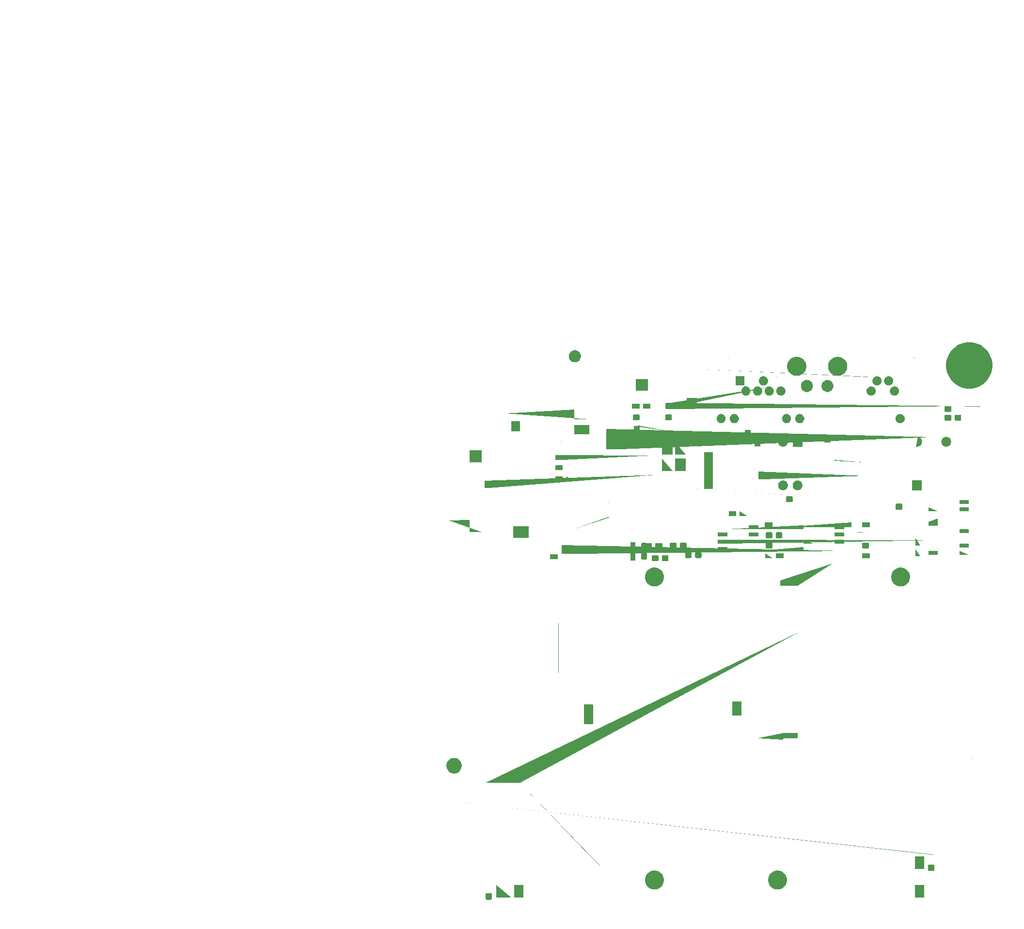
<source format=gbr>
From a5e2087555c84d14ad58ee689e38bd64377df108 Mon Sep 17 00:00:00 2001
From: jaseg <git@jaseg.net>
Date: Thu, 31 Jan 2019 10:55:07 +0900
Subject: driver: Add mounting holes for heatsink

---
 driver/gerber/driver-F.Mask.gbr | 4778 ++++++++++++++++++++-------------------
 1 file changed, 2486 insertions(+), 2292 deletions(-)

(limited to 'driver/gerber/driver-F.Mask.gbr')

diff --git a/driver/gerber/driver-F.Mask.gbr b/driver/gerber/driver-F.Mask.gbr
index ff3d7e6..4848766 100644
--- a/driver/gerber/driver-F.Mask.gbr
+++ b/driver/gerber/driver-F.Mask.gbr
@@ -1,19 +1,21 @@
 G04 #@! TF.GenerationSoftware,KiCad,Pcbnew,(5.0.1)*
-G04 #@! TF.CreationDate,2019-01-31T09:46:25+09:00*
+G04 #@! TF.CreationDate,2019-01-31T10:54:59+09:00*
 G04 #@! TF.ProjectId,driver,6472697665722E6B696361645F706362,rev?*
 G04 #@! TF.SameCoordinates,Original*
 G04 #@! TF.FileFunction,Soldermask,Top*
 G04 #@! TF.FilePolarity,Negative*
 %FSLAX46Y46*%
 G04 Gerber Fmt 4.6, Leading zero omitted, Abs format (unit mm)*
-G04 Created by KiCad (PCBNEW (5.0.1)) date Thu Jan 31 09:46:25 2019*
+G04 Created by KiCad (PCBNEW (5.0.1)) date Thu Jan 31 10:54:59 2019*
 %MOMM*%
 %LPD*%
 G01*
 G04 APERTURE LIST*
 %ADD10C,0.150000*%
 %ADD11C,2.500000*%
+G04 #@! TA.AperFunction,NonConductor*
 %ADD12C,0.100000*%
+G04 #@! TD*
 G04 APERTURE END LIST*
 D10*
 G36*
@@ -56,7 +58,7 @@ X122000000Y-135000000D01*
 X114500000Y-135000000D01*
 D11*
 X137500000Y-99500000D02*
-X159500000Y-99500000D01*
+X147500000Y-99500000D01*
 X137500000Y-103000000D02*
 X159500000Y-103000000D01*
 X135500000Y-106500000D02*
@@ -123,12 +125,12 @@ X86500000Y-133000000D02*
 X80500000Y-133000000D01*
 X86500000Y-128500000D02*
 X80500000Y-128500000D01*
-X100500000Y-147500000D02*
-X112500000Y-147500000D01*
+X99000000Y-146000000D02*
+X105000000Y-146000000D01*
 X100500000Y-143000000D02*
 X112000000Y-143000000D01*
 X86500000Y-133000000D02*
-X100500000Y-147500000D01*
+X99000000Y-146000000D01*
 X86500000Y-128500000D02*
 X100500000Y-143000000D01*
 X100500000Y-138500000D02*
@@ -265,6 +267,46 @@ X76181632Y-146104677D01*
 X76181632Y-146104677D01*
 G37*
 G36*
+X81414499Y-152303445D02*
+X81451993Y-152314819D01*
+X81486557Y-152333294D01*
+X81516847Y-152358153D01*
+X81541706Y-152388443D01*
+X81560181Y-152423007D01*
+X81571555Y-152460501D01*
+X81576000Y-152505638D01*
+X81576000Y-153244362D01*
+X81571555Y-153289499D01*
+X81560181Y-153326993D01*
+X81541706Y-153361557D01*
+X81516847Y-153391847D01*
+X81486557Y-153416706D01*
+X81451993Y-153435181D01*
+X81414499Y-153446555D01*
+X81369362Y-153451000D01*
+X80730638Y-153451000D01*
+X80685501Y-153446555D01*
+X80648007Y-153435181D01*
+X80613443Y-153416706D01*
+X80583153Y-153391847D01*
+X80558294Y-153361557D01*
+X80539819Y-153326993D01*
+X80528445Y-153289499D01*
+X80524000Y-153244362D01*
+X80524000Y-152505638D01*
+X80528445Y-152460501D01*
+X80539819Y-152423007D01*
+X80558294Y-152388443D01*
+X80583153Y-152358153D01*
+X80613443Y-152333294D01*
+X80648007Y-152314819D01*
+X80685501Y-152303445D01*
+X80730638Y-152299000D01*
+X81369362Y-152299000D01*
+X81414499Y-152303445D01*
+X81414499Y-152303445D01*
+G37*
+G36*
 X158714499Y-152303445D02*
 X158751993Y-152314819D01*
 X158786557Y-152333294D01*
@@ -305,44 +347,12 @@ X158714499Y-152303445D01*
 X158714499Y-152303445D01*
 G37*
 G36*
-X81414499Y-152303445D02*
-X81451993Y-152314819D01*
-X81486557Y-152333294D01*
-X81516847Y-152358153D01*
-X81541706Y-152388443D01*
-X81560181Y-152423007D01*
-X81571555Y-152460501D01*
-X81576000Y-152505638D01*
-X81576000Y-153244362D01*
-X81571555Y-153289499D01*
-X81560181Y-153326993D01*
-X81541706Y-153361557D01*
-X81516847Y-153391847D01*
-X81486557Y-153416706D01*
-X81451993Y-153435181D01*
-X81414499Y-153446555D01*
-X81369362Y-153451000D01*
-X80730638Y-153451000D01*
-X80685501Y-153446555D01*
-X80648007Y-153435181D01*
-X80613443Y-153416706D01*
-X80583153Y-153391847D01*
-X80558294Y-153361557D01*
-X80539819Y-153326993D01*
-X80528445Y-153289499D01*
-X80524000Y-153244362D01*
-X80524000Y-152505638D01*
-X80528445Y-152460501D01*
-X80539819Y-152423007D01*
-X80558294Y-152388443D01*
-X80583153Y-152358153D01*
-X80613443Y-152333294D01*
-X80648007Y-152314819D01*
-X80685501Y-152303445D01*
-X80730638Y-152299000D01*
-X81369362Y-152299000D01*
-X81414499Y-152303445D01*
-X81414499Y-152303445D01*
+X157131000Y-153101000D02*
+X155529000Y-153101000D01*
+X155529000Y-150899000D01*
+X157131000Y-150899000D01*
+X157131000Y-153101000D01*
+X157131000Y-153101000D01*
 G37*
 G36*
 X154971000Y-153101000D02*
@@ -353,14 +363,6 @@ X154971000Y-153101000D01*
 X154971000Y-153101000D01*
 G37*
 G36*
-X87131000Y-153101000D02*
-X85529000Y-153101000D01*
-X85529000Y-150899000D01*
-X87131000Y-150899000D01*
-X87131000Y-153101000D01*
-X87131000Y-153101000D01*
-G37*
-G36*
 X84971000Y-153101000D02*
 X82369000Y-153101000D01*
 X82369000Y-150899000D01*
@@ -369,12 +371,12 @@ X84971000Y-153101000D01*
 X84971000Y-153101000D01*
 G37*
 G36*
-X157131000Y-153101000D02*
-X155529000Y-153101000D01*
-X155529000Y-150899000D01*
-X157131000Y-150899000D01*
-X157131000Y-153101000D01*
-X157131000Y-153101000D01*
+X87131000Y-153101000D02*
+X85529000Y-153101000D01*
+X85529000Y-150899000D01*
+X87131000Y-150899000D01*
+X87131000Y-153101000D01*
+X87131000Y-153101000D01*
 G37*
 G36*
 X158714499Y-150553445D02*
@@ -457,44 +459,100 @@ X81414499Y-150553445D01*
 X81414499Y-150553445D01*
 G37*
 G36*
-X158714499Y-147303445D02*
-X158751993Y-147314819D01*
-X158786557Y-147333294D01*
-X158816847Y-147358153D01*
-X158841706Y-147388443D01*
-X158860181Y-147423007D01*
-X158871555Y-147460501D01*
-X158876000Y-147505638D01*
-X158876000Y-148244362D01*
-X158871555Y-148289499D01*
-X158860181Y-148326993D01*
-X158841706Y-148361557D01*
-X158816847Y-148391847D01*
-X158786557Y-148416706D01*
-X158751993Y-148435181D01*
-X158714499Y-148446555D01*
-X158669362Y-148451000D01*
-X158030638Y-148451000D01*
-X157985501Y-148446555D01*
-X157948007Y-148435181D01*
-X157913443Y-148416706D01*
-X157883153Y-148391847D01*
-X157858294Y-148361557D01*
-X157839819Y-148326993D01*
-X157828445Y-148289499D01*
-X157824000Y-148244362D01*
-X157824000Y-147505638D01*
-X157828445Y-147460501D01*
-X157839819Y-147423007D01*
-X157858294Y-147388443D01*
-X157883153Y-147358153D01*
-X157913443Y-147333294D01*
-X157948007Y-147314819D01*
-X157985501Y-147303445D01*
-X158030638Y-147299000D01*
-X158669362Y-147299000D01*
-X158714499Y-147303445D01*
-X158714499Y-147303445D01*
+X131875256Y-148391298D02*
+X131981579Y-148412447D01*
+X132282042Y-148536903D01*
+X132548852Y-148715180D01*
+X132552454Y-148717587D01*
+X132782413Y-148947546D01*
+X132782415Y-148947549D01*
+X132963097Y-149217958D01*
+X133087553Y-149518421D01*
+X133151000Y-149837391D01*
+X133151000Y-150162609D01*
+X133087553Y-150481579D01*
+X132963097Y-150782042D01*
+X132884948Y-150899000D01*
+X132782413Y-151052454D01*
+X132552454Y-151282413D01*
+X132552451Y-151282415D01*
+X132282042Y-151463097D01*
+X131981579Y-151587553D01*
+X131875256Y-151608702D01*
+X131662611Y-151651000D01*
+X131337389Y-151651000D01*
+X131124744Y-151608702D01*
+X131018421Y-151587553D01*
+X130717958Y-151463097D01*
+X130447549Y-151282415D01*
+X130447546Y-151282413D01*
+X130217587Y-151052454D01*
+X130115052Y-150899000D01*
+X130036903Y-150782042D01*
+X129912447Y-150481579D01*
+X129849000Y-150162609D01*
+X129849000Y-149837391D01*
+X129912447Y-149518421D01*
+X130036903Y-149217958D01*
+X130217585Y-148947549D01*
+X130217587Y-148947546D01*
+X130447546Y-148717587D01*
+X130451148Y-148715180D01*
+X130717958Y-148536903D01*
+X131018421Y-148412447D01*
+X131124744Y-148391298D01*
+X131337389Y-148349000D01*
+X131662611Y-148349000D01*
+X131875256Y-148391298D01*
+X131875256Y-148391298D01*
+G37*
+G36*
+X110375256Y-148391298D02*
+X110481579Y-148412447D01*
+X110782042Y-148536903D01*
+X111048852Y-148715180D01*
+X111052454Y-148717587D01*
+X111282413Y-148947546D01*
+X111282415Y-148947549D01*
+X111463097Y-149217958D01*
+X111587553Y-149518421D01*
+X111651000Y-149837391D01*
+X111651000Y-150162609D01*
+X111587553Y-150481579D01*
+X111463097Y-150782042D01*
+X111384948Y-150899000D01*
+X111282413Y-151052454D01*
+X111052454Y-151282413D01*
+X111052451Y-151282415D01*
+X110782042Y-151463097D01*
+X110481579Y-151587553D01*
+X110375256Y-151608702D01*
+X110162611Y-151651000D01*
+X109837389Y-151651000D01*
+X109624744Y-151608702D01*
+X109518421Y-151587553D01*
+X109217958Y-151463097D01*
+X108947549Y-151282415D01*
+X108947546Y-151282413D01*
+X108717587Y-151052454D01*
+X108615052Y-150899000D01*
+X108536903Y-150782042D01*
+X108412447Y-150481579D01*
+X108349000Y-150162609D01*
+X108349000Y-149837391D01*
+X108412447Y-149518421D01*
+X108536903Y-149217958D01*
+X108717585Y-148947549D01*
+X108717587Y-148947546D01*
+X108947546Y-148717587D01*
+X108951148Y-148715180D01*
+X109217958Y-148536903D01*
+X109518421Y-148412447D01*
+X109624744Y-148391298D01*
+X109837389Y-148349000D01*
+X110162611Y-148349000D01*
+X110375256Y-148391298D01*
+X110375256Y-148391298D01*
 G37*
 G36*
 X81464499Y-147303445D02*
@@ -537,12 +595,44 @@ X81464499Y-147303445D01*
 X81464499Y-147303445D01*
 G37*
 G36*
-X157131000Y-148101000D02*
-X155529000Y-148101000D01*
-X155529000Y-145899000D01*
-X157131000Y-145899000D01*
-X157131000Y-148101000D01*
-X157131000Y-148101000D01*
+X158714499Y-147303445D02*
+X158751993Y-147314819D01*
+X158786557Y-147333294D01*
+X158816847Y-147358153D01*
+X158841706Y-147388443D01*
+X158860181Y-147423007D01*
+X158871555Y-147460501D01*
+X158876000Y-147505638D01*
+X158876000Y-148244362D01*
+X158871555Y-148289499D01*
+X158860181Y-148326993D01*
+X158841706Y-148361557D01*
+X158816847Y-148391847D01*
+X158786557Y-148416706D01*
+X158751993Y-148435181D01*
+X158714499Y-148446555D01*
+X158669362Y-148451000D01*
+X158030638Y-148451000D01*
+X157985501Y-148446555D01*
+X157948007Y-148435181D01*
+X157913443Y-148416706D01*
+X157883153Y-148391847D01*
+X157858294Y-148361557D01*
+X157839819Y-148326993D01*
+X157828445Y-148289499D01*
+X157824000Y-148244362D01*
+X157824000Y-147505638D01*
+X157828445Y-147460501D01*
+X157839819Y-147423007D01*
+X157858294Y-147388443D01*
+X157883153Y-147358153D01*
+X157913443Y-147333294D01*
+X157948007Y-147314819D01*
+X157985501Y-147303445D01*
+X158030638Y-147299000D01*
+X158669362Y-147299000D01*
+X158714499Y-147303445D01*
+X158714499Y-147303445D01*
 G37*
 G36*
 X154971000Y-148101000D02*
@@ -569,6 +659,14 @@ X87131000Y-148101000D01*
 X87131000Y-148101000D01*
 G37*
 G36*
+X157131000Y-148101000D02*
+X155529000Y-148101000D01*
+X155529000Y-145899000D01*
+X157131000Y-145899000D01*
+X157131000Y-148101000D01*
+X157131000Y-148101000D01*
+G37*
+G36*
 X158714499Y-145553445D02*
 X158751993Y-145564819D01*
 X158786557Y-145583294D01*
@@ -813,54 +911,6 @@ X76351000Y-136431000D01*
 X76351000Y-136431000D01*
 G37*
 G36*
-X75263567Y-128674959D02*
-X75394072Y-128700918D01*
-X75639939Y-128802759D01*
-X75860464Y-128950110D01*
-X75861215Y-128950612D01*
-X76049388Y-129138785D01*
-X76049390Y-129138788D01*
-X76197241Y-129360061D01*
-X76299082Y-129605928D01*
-X76351000Y-129866938D01*
-X76351000Y-130133062D01*
-X76299082Y-130394072D01*
-X76197241Y-130639939D01*
-X76049890Y-130860464D01*
-X76049388Y-130861215D01*
-X75861215Y-131049388D01*
-X75861212Y-131049390D01*
-X75639939Y-131197241D01*
-X75394072Y-131299082D01*
-X75263567Y-131325041D01*
-X75133063Y-131351000D01*
-X74866937Y-131351000D01*
-X74736433Y-131325041D01*
-X74605928Y-131299082D01*
-X74360061Y-131197241D01*
-X74138788Y-131049390D01*
-X74138785Y-131049388D01*
-X73950612Y-130861215D01*
-X73950110Y-130860464D01*
-X73802759Y-130639939D01*
-X73700918Y-130394072D01*
-X73649000Y-130133062D01*
-X73649000Y-129866938D01*
-X73700918Y-129605928D01*
-X73802759Y-129360061D01*
-X73950610Y-129138788D01*
-X73950612Y-129138785D01*
-X74138785Y-128950612D01*
-X74139536Y-128950110D01*
-X74360061Y-128802759D01*
-X74605928Y-128700918D01*
-X74736433Y-128674959D01*
-X74866937Y-128649000D01*
-X75133063Y-128649000D01*
-X75263567Y-128674959D01*
-X75263567Y-128674959D01*
-G37*
-G36*
 X165263567Y-128674959D02*
 X165394072Y-128700918D01*
 X165639939Y-128802759D01*
@@ -909,20 +959,68 @@ X165263567Y-128674959D01*
 X165263567Y-128674959D01*
 G37*
 G36*
-X132553165Y-124276185D02*
-X132576614Y-124283298D01*
-X132601000Y-124285700D01*
-X135026000Y-124285700D01*
-X135026000Y-125237700D01*
-X132601000Y-125237700D01*
-X132576614Y-125240102D01*
-X132553165Y-125247215D01*
-X132531554Y-125258766D01*
-X132512612Y-125274312D01*
-X132497066Y-125293254D01*
-X132485515Y-125314865D01*
-X132478402Y-125338314D01*
-X132476000Y-125362700D01*
+X75263567Y-128674959D02*
+X75394072Y-128700918D01*
+X75639939Y-128802759D01*
+X75860464Y-128950110D01*
+X75861215Y-128950612D01*
+X76049388Y-129138785D01*
+X76049390Y-129138788D01*
+X76197241Y-129360061D01*
+X76299082Y-129605928D01*
+X76351000Y-129866938D01*
+X76351000Y-130133062D01*
+X76299082Y-130394072D01*
+X76197241Y-130639939D01*
+X76049890Y-130860464D01*
+X76049388Y-130861215D01*
+X75861215Y-131049388D01*
+X75861212Y-131049390D01*
+X75639939Y-131197241D01*
+X75394072Y-131299082D01*
+X75263567Y-131325041D01*
+X75133063Y-131351000D01*
+X74866937Y-131351000D01*
+X74736433Y-131325041D01*
+X74605928Y-131299082D01*
+X74360061Y-131197241D01*
+X74138788Y-131049390D01*
+X74138785Y-131049388D01*
+X73950612Y-130861215D01*
+X73950110Y-130860464D01*
+X73802759Y-130639939D01*
+X73700918Y-130394072D01*
+X73649000Y-130133062D01*
+X73649000Y-129866938D01*
+X73700918Y-129605928D01*
+X73802759Y-129360061D01*
+X73950610Y-129138788D01*
+X73950612Y-129138785D01*
+X74138785Y-128950612D01*
+X74139536Y-128950110D01*
+X74360061Y-128802759D01*
+X74605928Y-128700918D01*
+X74736433Y-128674959D01*
+X74866937Y-128649000D01*
+X75133063Y-128649000D01*
+X75263567Y-128674959D01*
+X75263567Y-128674959D01*
+G37*
+G36*
+X132553165Y-124276185D02*
+X132576614Y-124283298D01*
+X132601000Y-124285700D01*
+X135026000Y-124285700D01*
+X135026000Y-125237700D01*
+X132601000Y-125237700D01*
+X132576614Y-125240102D01*
+X132553165Y-125247215D01*
+X132531554Y-125258766D01*
+X132512612Y-125274312D01*
+X132497066Y-125293254D01*
+X132485515Y-125314865D01*
+X132478402Y-125338314D01*
+X132476000Y-125362700D01*
 X132476000Y-125430700D01*
 X132478402Y-125455086D01*
 X132485515Y-125478535D01*
@@ -1073,46 +1171,6 @@ X128026000Y-125237700D01*
 X128026000Y-125237700D01*
 G37*
 G36*
-X99153821Y-119278103D02*
-X99187982Y-119288466D01*
-X99219464Y-119305293D01*
-X99247060Y-119327940D01*
-X99269707Y-119355536D01*
-X99286534Y-119387018D01*
-X99296897Y-119421179D01*
-X99301000Y-119462842D01*
-X99301000Y-122537158D01*
-X99296897Y-122578821D01*
-X99286534Y-122612982D01*
-X99269707Y-122644464D01*
-X99247060Y-122672060D01*
-X99219464Y-122694707D01*
-X99187982Y-122711534D01*
-X99153821Y-122721897D01*
-X99112158Y-122726000D01*
-X97862842Y-122726000D01*
-X97821179Y-122721897D01*
-X97787018Y-122711534D01*
-X97755536Y-122694707D01*
-X97727940Y-122672060D01*
-X97705293Y-122644464D01*
-X97688466Y-122612982D01*
-X97678103Y-122578821D01*
-X97674000Y-122537158D01*
-X97674000Y-119462842D01*
-X97678103Y-119421179D01*
-X97688466Y-119387018D01*
-X97705293Y-119355536D01*
-X97727940Y-119327940D01*
-X97755536Y-119305293D01*
-X97787018Y-119288466D01*
-X97821179Y-119278103D01*
-X97862842Y-119274000D01*
-X99112158Y-119274000D01*
-X99153821Y-119278103D01*
-X99153821Y-119278103D01*
-G37*
-G36*
 X93178821Y-119278103D02*
 X93212982Y-119288466D01*
 X93244464Y-119305293D01*
@@ -1153,12 +1211,44 @@ X93178821Y-119278103D01*
 X93178821Y-119278103D01*
 G37*
 G36*
-X125176000Y-121250950D02*
-X123624000Y-121250950D01*
-X123624000Y-118748950D01*
-X125176000Y-118748950D01*
-X125176000Y-121250950D01*
-X125176000Y-121250950D01*
+X99153821Y-119278103D02*
+X99187982Y-119288466D01*
+X99219464Y-119305293D01*
+X99247060Y-119327940D01*
+X99269707Y-119355536D01*
+X99286534Y-119387018D01*
+X99296897Y-119421179D01*
+X99301000Y-119462842D01*
+X99301000Y-122537158D01*
+X99296897Y-122578821D01*
+X99286534Y-122612982D01*
+X99269707Y-122644464D01*
+X99247060Y-122672060D01*
+X99219464Y-122694707D01*
+X99187982Y-122711534D01*
+X99153821Y-122721897D01*
+X99112158Y-122726000D01*
+X97862842Y-122726000D01*
+X97821179Y-122721897D01*
+X97787018Y-122711534D01*
+X97755536Y-122694707D01*
+X97727940Y-122672060D01*
+X97705293Y-122644464D01*
+X97688466Y-122612982D01*
+X97678103Y-122578821D01*
+X97674000Y-122537158D01*
+X97674000Y-119462842D01*
+X97678103Y-119421179D01*
+X97688466Y-119387018D01*
+X97705293Y-119355536D01*
+X97727940Y-119327940D01*
+X97755536Y-119305293D01*
+X97787018Y-119288466D01*
+X97821179Y-119278103D01*
+X97862842Y-119274000D01*
+X99112158Y-119274000D01*
+X99153821Y-119278103D01*
+X99153821Y-119278103D01*
 G37*
 G36*
 X129576000Y-121250950D02*
@@ -1169,6 +1259,14 @@ X129576000Y-121250950D01*
 X129576000Y-121250950D01*
 G37*
 G36*
+X125176000Y-121250950D02*
+X123624000Y-121250950D01*
+X123624000Y-118748950D01*
+X125176000Y-118748950D01*
+X125176000Y-121250950D01*
+X125176000Y-121250950D01*
+G37*
+G36*
 X93178821Y-113778103D02*
 X93212982Y-113788466D01*
 X93244464Y-113805293D01*
@@ -1909,6 +2007,102 @@ X93178821Y-96278103D01*
 X93178821Y-96278103D01*
 G37*
 G36*
+X110375256Y-95391298D02*
+X110481579Y-95412447D01*
+X110782042Y-95536903D01*
+X111048852Y-95715180D01*
+X111052454Y-95717587D01*
+X111282413Y-95947546D01*
+X111282415Y-95947549D01*
+X111463097Y-96217958D01*
+X111587553Y-96518421D01*
+X111651000Y-96837391D01*
+X111651000Y-97162609D01*
+X111587553Y-97481579D01*
+X111531626Y-97616598D01*
+X111463098Y-97782040D01*
+X111282413Y-98052454D01*
+X111052454Y-98282413D01*
+X111052451Y-98282415D01*
+X110782042Y-98463097D01*
+X110481579Y-98587553D01*
+X110380735Y-98607612D01*
+X110162611Y-98651000D01*
+X109837389Y-98651000D01*
+X109619265Y-98607612D01*
+X109518421Y-98587553D01*
+X109217958Y-98463097D01*
+X108947549Y-98282415D01*
+X108947546Y-98282413D01*
+X108717587Y-98052454D01*
+X108536902Y-97782040D01*
+X108468374Y-97616598D01*
+X108412447Y-97481579D01*
+X108349000Y-97162609D01*
+X108349000Y-96837391D01*
+X108412447Y-96518421D01*
+X108536903Y-96217958D01*
+X108717585Y-95947549D01*
+X108717587Y-95947546D01*
+X108947546Y-95717587D01*
+X108951148Y-95715180D01*
+X109217958Y-95536903D01*
+X109518421Y-95412447D01*
+X109624744Y-95391298D01*
+X109837389Y-95349000D01*
+X110162611Y-95349000D01*
+X110375256Y-95391298D01*
+X110375256Y-95391298D01*
+G37*
+G36*
+X153375256Y-95391298D02*
+X153481579Y-95412447D01*
+X153782042Y-95536903D01*
+X154048852Y-95715180D01*
+X154052454Y-95717587D01*
+X154282413Y-95947546D01*
+X154282415Y-95947549D01*
+X154463097Y-96217958D01*
+X154587553Y-96518421D01*
+X154651000Y-96837391D01*
+X154651000Y-97162609D01*
+X154587553Y-97481579D01*
+X154531626Y-97616598D01*
+X154463098Y-97782040D01*
+X154282413Y-98052454D01*
+X154052454Y-98282413D01*
+X154052451Y-98282415D01*
+X153782042Y-98463097D01*
+X153481579Y-98587553D01*
+X153380735Y-98607612D01*
+X153162611Y-98651000D01*
+X152837389Y-98651000D01*
+X152619265Y-98607612D01*
+X152518421Y-98587553D01*
+X152217958Y-98463097D01*
+X151947549Y-98282415D01*
+X151947546Y-98282413D01*
+X151717587Y-98052454D01*
+X151536902Y-97782040D01*
+X151468374Y-97616598D01*
+X151412447Y-97481579D01*
+X151349000Y-97162609D01*
+X151349000Y-96837391D01*
+X151412447Y-96518421D01*
+X151536903Y-96217958D01*
+X151717585Y-95947549D01*
+X151717587Y-95947546D01*
+X151947546Y-95717587D01*
+X151951148Y-95715180D01*
+X152217958Y-95536903D01*
+X152518421Y-95412447D01*
+X152624744Y-95391298D01*
+X152837389Y-95349000D01*
+X153162611Y-95349000D01*
+X153375256Y-95391298D01*
+X153375256Y-95391298D01*
+G37*
+G36*
 X135026000Y-98571000D02*
 X131974000Y-98571000D01*
 X131974000Y-97619000D01*
@@ -1933,132 +2127,12 @@ X141101000Y-94676000D01*
 X141101000Y-94676000D01*
 G37*
 G36*
-X112289499Y-93178445D02*
-X112326993Y-93189819D01*
-X112361557Y-93208294D01*
-X112391847Y-93233153D01*
-X112416706Y-93263443D01*
-X112435181Y-93298007D01*
-X112446555Y-93335501D01*
-X112451000Y-93380638D01*
-X112451000Y-94019362D01*
-X112446555Y-94064499D01*
-X112435181Y-94101993D01*
-X112416706Y-94136557D01*
-X112391847Y-94166847D01*
-X112361557Y-94191706D01*
-X112326993Y-94210181D01*
-X112289499Y-94221555D01*
-X112244362Y-94226000D01*
-X111505638Y-94226000D01*
-X111460501Y-94221555D01*
-X111423007Y-94210181D01*
-X111388443Y-94191706D01*
-X111358153Y-94166847D01*
-X111333294Y-94136557D01*
-X111314819Y-94101993D01*
-X111303445Y-94064499D01*
-X111299000Y-94019362D01*
-X111299000Y-93380638D01*
-X111303445Y-93335501D01*
-X111314819Y-93298007D01*
-X111333294Y-93263443D01*
-X111358153Y-93233153D01*
-X111388443Y-93208294D01*
-X111423007Y-93189819D01*
-X111460501Y-93178445D01*
-X111505638Y-93174000D01*
-X112244362Y-93174000D01*
-X112289499Y-93178445D01*
-X112289499Y-93178445D01*
-G37*
-G36*
-X110539499Y-93178445D02*
-X110576993Y-93189819D01*
-X110611557Y-93208294D01*
-X110641847Y-93233153D01*
-X110666706Y-93263443D01*
-X110685181Y-93298007D01*
-X110696555Y-93335501D01*
-X110701000Y-93380638D01*
-X110701000Y-94019362D01*
-X110696555Y-94064499D01*
-X110685181Y-94101993D01*
-X110666706Y-94136557D01*
-X110641847Y-94166847D01*
-X110611557Y-94191706D01*
-X110576993Y-94210181D01*
-X110539499Y-94221555D01*
-X110494362Y-94226000D01*
-X109755638Y-94226000D01*
-X109710501Y-94221555D01*
-X109673007Y-94210181D01*
-X109638443Y-94191706D01*
-X109608153Y-94166847D01*
-X109583294Y-94136557D01*
-X109564819Y-94101993D01*
-X109553445Y-94064499D01*
-X109549000Y-94019362D01*
-X109549000Y-93380638D01*
-X109553445Y-93335501D01*
-X109564819Y-93298007D01*
-X109583294Y-93263443D01*
-X109608153Y-93233153D01*
-X109638443Y-93208294D01*
-X109673007Y-93189819D01*
-X109710501Y-93178445D01*
-X109755638Y-93174000D01*
-X110494362Y-93174000D01*
-X110539499Y-93178445D01*
-X110539499Y-93178445D01*
-G37*
-G36*
-X106626000Y-94101000D02*
-X105774000Y-94101000D01*
-X105774000Y-92799000D01*
-X106626000Y-92799000D01*
-X106626000Y-94101000D01*
-X106626000Y-94101000D01*
-G37*
-G36*
-X108564499Y-92803445D02*
-X108601993Y-92814819D01*
-X108636557Y-92833294D01*
-X108666847Y-92858153D01*
-X108691706Y-92888443D01*
-X108710181Y-92923007D01*
-X108721555Y-92960501D01*
-X108726000Y-93005638D01*
-X108726000Y-93744362D01*
-X108721555Y-93789499D01*
-X108710181Y-93826993D01*
-X108691706Y-93861557D01*
-X108666847Y-93891847D01*
-X108636557Y-93916706D01*
-X108601993Y-93935181D01*
-X108564499Y-93946555D01*
-X108519362Y-93951000D01*
-X107880638Y-93951000D01*
-X107835501Y-93946555D01*
-X107798007Y-93935181D01*
-X107763443Y-93916706D01*
-X107733153Y-93891847D01*
-X107708294Y-93861557D01*
-X107689819Y-93826993D01*
-X107678445Y-93789499D01*
-X107674000Y-93744362D01*
-X107674000Y-93005638D01*
-X107678445Y-92960501D01*
-X107689819Y-92923007D01*
-X107708294Y-92888443D01*
-X107733153Y-92858153D01*
-X107763443Y-92833294D01*
-X107798007Y-92814819D01*
-X107835501Y-92803445D01*
-X107880638Y-92799000D01*
-X108519362Y-92799000D01*
-X108564499Y-92803445D01*
-X108564499Y-92803445D01*
+X93101000Y-93926000D02*
+X91799000Y-93926000D01*
+X91799000Y-93074000D01*
+X93101000Y-93074000D01*
+X93101000Y-93926000D01*
+X93101000Y-93926000D01*
 G37*
 G36*
 X91201000Y-93926000D02*
@@ -2069,20 +2143,12 @@ X91201000Y-93926000D01*
 X91201000Y-93926000D01*
 G37*
 G36*
-X93101000Y-93926000D02*
-X91799000Y-93926000D01*
-X91799000Y-93074000D01*
-X93101000Y-93074000D01*
-X93101000Y-93926000D01*
-X93101000Y-93926000D01*
-G37*
-G36*
-X147601000Y-93726000D02*
-X146299000Y-93726000D01*
-X146299000Y-92874000D01*
-X147601000Y-92874000D01*
-X147601000Y-93726000D01*
-X147601000Y-93726000D01*
+X132551000Y-93726000D02*
+X131249000Y-93726000D01*
+X131249000Y-92874000D01*
+X132551000Y-92874000D01*
+X132551000Y-93726000D01*
+X132551000Y-93726000D01*
 G37*
 G36*
 X145701000Y-93726000D02*
@@ -2093,14 +2159,6 @@ X145701000Y-93726000D01*
 X145701000Y-93726000D01*
 G37*
 G36*
-X132551000Y-93726000D02*
-X131249000Y-93726000D01*
-X131249000Y-92874000D01*
-X132551000Y-92874000D01*
-X132551000Y-93726000D01*
-X132551000Y-93726000D01*
-G37*
-G36*
 X130651000Y-93726000D02*
 X129349000Y-93726000D01*
 X129349000Y-92874000D01*
@@ -2109,6 +2167,94 @@ X130651000Y-93726000D01*
 X130651000Y-93726000D01*
 G37*
 G36*
+X147601000Y-93726000D02*
+X146299000Y-93726000D01*
+X146299000Y-92874000D01*
+X147601000Y-92874000D01*
+X147601000Y-93726000D01*
+X147601000Y-93726000D01*
+G37*
+G36*
+X116339499Y-92628445D02*
+X116376993Y-92639819D01*
+X116411557Y-92658294D01*
+X116441847Y-92683153D01*
+X116466706Y-92713443D01*
+X116485181Y-92748007D01*
+X116496555Y-92785501D01*
+X116501000Y-92830638D01*
+X116501000Y-93469362D01*
+X116496555Y-93514499D01*
+X116485181Y-93551993D01*
+X116466706Y-93586557D01*
+X116441847Y-93616847D01*
+X116411557Y-93641706D01*
+X116376993Y-93660181D01*
+X116339499Y-93671555D01*
+X116294362Y-93676000D01*
+X115555638Y-93676000D01*
+X115510501Y-93671555D01*
+X115473007Y-93660181D01*
+X115438443Y-93641706D01*
+X115408153Y-93616847D01*
+X115383294Y-93586557D01*
+X115364819Y-93551993D01*
+X115353445Y-93514499D01*
+X115349000Y-93469362D01*
+X115349000Y-92830638D01*
+X115353445Y-92785501D01*
+X115364819Y-92748007D01*
+X115383294Y-92713443D01*
+X115408153Y-92683153D01*
+X115438443Y-92658294D01*
+X115473007Y-92639819D01*
+X115510501Y-92628445D01*
+X115555638Y-92624000D01*
+X116294362Y-92624000D01*
+X116339499Y-92628445D01*
+X116339499Y-92628445D01*
+G37*
+G36*
+X118089499Y-92628445D02*
+X118126993Y-92639819D01*
+X118161557Y-92658294D01*
+X118191847Y-92683153D01*
+X118216706Y-92713443D01*
+X118235181Y-92748007D01*
+X118246555Y-92785501D01*
+X118251000Y-92830638D01*
+X118251000Y-93469362D01*
+X118246555Y-93514499D01*
+X118235181Y-93551993D01*
+X118216706Y-93586557D01*
+X118191847Y-93616847D01*
+X118161557Y-93641706D01*
+X118126993Y-93660181D01*
+X118089499Y-93671555D01*
+X118044362Y-93676000D01*
+X117305638Y-93676000D01*
+X117260501Y-93671555D01*
+X117223007Y-93660181D01*
+X117188443Y-93641706D01*
+X117158153Y-93616847D01*
+X117133294Y-93586557D01*
+X117114819Y-93551993D01*
+X117103445Y-93514499D01*
+X117099000Y-93469362D01*
+X117099000Y-92830638D01*
+X117103445Y-92785501D01*
+X117114819Y-92748007D01*
+X117133294Y-92713443D01*
+X117158153Y-92683153D01*
+X117188443Y-92658294D01*
+X117223007Y-92639819D01*
+X117260501Y-92628445D01*
+X117305638Y-92624000D01*
+X118044362Y-92624000D01*
+X118089499Y-92628445D01*
+X118089499Y-92628445D01*
+G37*
+G36*
 X156426000Y-93401000D02*
 X155574000Y-93401000D01*
 X155574000Y-92099000D01*
@@ -2117,14 +2263,6 @@ X156426000Y-93401000D01*
 X156426000Y-93401000D01*
 G37*
 G36*
-X159501000Y-93146000D02*
-X157899000Y-93146000D01*
-X157899000Y-92444000D01*
-X159501000Y-92444000D01*
-X159501000Y-93146000D01*
-X159501000Y-93146000D01*
-G37*
-G36*
 X164901000Y-93146000D02*
 X163299000Y-93146000D01*
 X163299000Y-92444000D01*
@@ -2133,6 +2271,14 @@ X164901000Y-93146000D01*
 X164901000Y-93146000D01*
 G37*
 G36*
+X159501000Y-93146000D02*
+X157899000Y-93146000D01*
+X157899000Y-92444000D01*
+X159501000Y-92444000D01*
+X159501000Y-93146000D01*
+X159501000Y-93146000D01*
+G37*
+G36*
 X96201000Y-92951000D02*
 X93799000Y-92951000D01*
 X93799000Y-91449000D01*
@@ -2149,14 +2295,6 @@ X143126000Y-92456000D01*
 X143126000Y-92456000D01*
 G37*
 G36*
-X122726000Y-92456000D02*
-X121074000Y-92456000D01*
-X121074000Y-91754000D01*
-X122726000Y-91754000D01*
-X122726000Y-92456000D01*
-X122726000Y-92456000D01*
-G37*
-G36*
 X137726000Y-92456000D02*
 X136074000Y-92456000D01*
 X136074000Y-91754000D01*
@@ -2173,52 +2311,12 @@ X128126000Y-92456000D01*
 X128126000Y-92456000D01*
 G37*
 G36*
-X106626000Y-92201000D02*
-X105774000Y-92201000D01*
-X105774000Y-90899000D01*
-X106626000Y-90899000D01*
-X106626000Y-92201000D01*
-X106626000Y-92201000D01*
-G37*
-G36*
-X108564499Y-91053445D02*
-X108601993Y-91064819D01*
-X108636557Y-91083294D01*
-X108666847Y-91108153D01*
-X108691706Y-91138443D01*
-X108710181Y-91173007D01*
-X108721555Y-91210501D01*
-X108726000Y-91255638D01*
-X108726000Y-91994362D01*
-X108721555Y-92039499D01*
-X108710181Y-92076993D01*
-X108691706Y-92111557D01*
-X108666847Y-92141847D01*
-X108636557Y-92166706D01*
-X108601993Y-92185181D01*
-X108564499Y-92196555D01*
-X108519362Y-92201000D01*
-X107880638Y-92201000D01*
-X107835501Y-92196555D01*
-X107798007Y-92185181D01*
-X107763443Y-92166706D01*
-X107733153Y-92141847D01*
-X107708294Y-92111557D01*
-X107689819Y-92076993D01*
-X107678445Y-92039499D01*
-X107674000Y-91994362D01*
-X107674000Y-91255638D01*
-X107678445Y-91210501D01*
-X107689819Y-91173007D01*
-X107708294Y-91138443D01*
-X107733153Y-91108153D01*
-X107763443Y-91083294D01*
-X107798007Y-91064819D01*
-X107835501Y-91053445D01*
-X107880638Y-91049000D01*
-X108519362Y-91049000D01*
-X108564499Y-91053445D01*
-X108564499Y-91053445D01*
+X122726000Y-92456000D02*
+X121074000Y-92456000D01*
+X121074000Y-91754000D01*
+X122726000Y-91754000D01*
+X122726000Y-92456000D01*
+X122726000Y-92456000D01*
 G37*
 G36*
 X145539499Y-90978445D02*
@@ -2261,44 +2359,124 @@ X145539499Y-90978445D01*
 X145539499Y-90978445D01*
 G37*
 G36*
-X147289499Y-90978445D02*
-X147326993Y-90989819D01*
-X147361557Y-91008294D01*
-X147391847Y-91033153D01*
-X147416706Y-91063443D01*
-X147435181Y-91098007D01*
-X147446555Y-91135501D01*
-X147451000Y-91180638D01*
-X147451000Y-91819362D01*
-X147446555Y-91864499D01*
-X147435181Y-91901993D01*
-X147416706Y-91936557D01*
-X147391847Y-91966847D01*
-X147361557Y-91991706D01*
-X147326993Y-92010181D01*
-X147289499Y-92021555D01*
-X147244362Y-92026000D01*
-X146505638Y-92026000D01*
-X146460501Y-92021555D01*
-X146423007Y-92010181D01*
-X146388443Y-91991706D01*
-X146358153Y-91966847D01*
-X146333294Y-91936557D01*
-X146314819Y-91901993D01*
-X146303445Y-91864499D01*
-X146299000Y-91819362D01*
-X146299000Y-91180638D01*
-X146303445Y-91135501D01*
-X146314819Y-91098007D01*
-X146333294Y-91063443D01*
-X146358153Y-91033153D01*
-X146388443Y-91008294D01*
-X146423007Y-90989819D01*
-X146460501Y-90978445D01*
-X146505638Y-90974000D01*
-X147244362Y-90974000D01*
-X147289499Y-90978445D01*
-X147289499Y-90978445D01*
+X130439499Y-90978445D02*
+X130476993Y-90989819D01*
+X130511557Y-91008294D01*
+X130541847Y-91033153D01*
+X130566706Y-91063443D01*
+X130585181Y-91098007D01*
+X130596555Y-91135501D01*
+X130601000Y-91180638D01*
+X130601000Y-91819362D01*
+X130596555Y-91864499D01*
+X130585181Y-91901993D01*
+X130566706Y-91936557D01*
+X130541847Y-91966847D01*
+X130511557Y-91991706D01*
+X130476993Y-92010181D01*
+X130439499Y-92021555D01*
+X130394362Y-92026000D01*
+X129655638Y-92026000D01*
+X129610501Y-92021555D01*
+X129573007Y-92010181D01*
+X129538443Y-91991706D01*
+X129508153Y-91966847D01*
+X129483294Y-91936557D01*
+X129464819Y-91901993D01*
+X129453445Y-91864499D01*
+X129449000Y-91819362D01*
+X129449000Y-91180638D01*
+X129453445Y-91135501D01*
+X129464819Y-91098007D01*
+X129483294Y-91063443D01*
+X129508153Y-91033153D01*
+X129538443Y-91008294D01*
+X129573007Y-90989819D01*
+X129610501Y-90978445D01*
+X129655638Y-90974000D01*
+X130394362Y-90974000D01*
+X130439499Y-90978445D01*
+X130439499Y-90978445D01*
+G37*
+G36*
+X115439499Y-90978445D02*
+X115476993Y-90989819D01*
+X115511557Y-91008294D01*
+X115541847Y-91033153D01*
+X115566706Y-91063443D01*
+X115585181Y-91098007D01*
+X115596555Y-91135501D01*
+X115601000Y-91180638D01*
+X115601000Y-91819362D01*
+X115596555Y-91864499D01*
+X115585181Y-91901993D01*
+X115566706Y-91936557D01*
+X115541847Y-91966847D01*
+X115511557Y-91991706D01*
+X115476993Y-92010181D01*
+X115439499Y-92021555D01*
+X115394362Y-92026000D01*
+X114655638Y-92026000D01*
+X114610501Y-92021555D01*
+X114573007Y-92010181D01*
+X114538443Y-91991706D01*
+X114508153Y-91966847D01*
+X114483294Y-91936557D01*
+X114464819Y-91901993D01*
+X114453445Y-91864499D01*
+X114449000Y-91819362D01*
+X114449000Y-91180638D01*
+X114453445Y-91135501D01*
+X114464819Y-91098007D01*
+X114483294Y-91063443D01*
+X114508153Y-91033153D01*
+X114538443Y-91008294D01*
+X114573007Y-90989819D01*
+X114610501Y-90978445D01*
+X114655638Y-90974000D01*
+X115394362Y-90974000D01*
+X115439499Y-90978445D01*
+X115439499Y-90978445D01*
+G37*
+G36*
+X113689499Y-90978445D02*
+X113726993Y-90989819D01*
+X113761557Y-91008294D01*
+X113791847Y-91033153D01*
+X113816706Y-91063443D01*
+X113835181Y-91098007D01*
+X113846555Y-91135501D01*
+X113851000Y-91180638D01*
+X113851000Y-91819362D01*
+X113846555Y-91864499D01*
+X113835181Y-91901993D01*
+X113816706Y-91936557D01*
+X113791847Y-91966847D01*
+X113761557Y-91991706D01*
+X113726993Y-92010181D01*
+X113689499Y-92021555D01*
+X113644362Y-92026000D01*
+X112905638Y-92026000D01*
+X112860501Y-92021555D01*
+X112823007Y-92010181D01*
+X112788443Y-91991706D01*
+X112758153Y-91966847D01*
+X112733294Y-91936557D01*
+X112714819Y-91901993D01*
+X112703445Y-91864499D01*
+X112699000Y-91819362D01*
+X112699000Y-91180638D01*
+X112703445Y-91135501D01*
+X112714819Y-91098007D01*
+X112733294Y-91063443D01*
+X112758153Y-91033153D01*
+X112788443Y-91008294D01*
+X112823007Y-90989819D01*
+X112860501Y-90978445D01*
+X112905638Y-90974000D01*
+X113644362Y-90974000D01*
+X113689499Y-90978445D01*
+X113689499Y-90978445D01*
 G37*
 G36*
 X132189499Y-90978445D02*
@@ -2341,52 +2519,60 @@ X132189499Y-90978445D01*
 X132189499Y-90978445D01*
 G37*
 G36*
-X130439499Y-90978445D02*
-X130476993Y-90989819D01*
-X130511557Y-91008294D01*
-X130541847Y-91033153D01*
-X130566706Y-91063443D01*
-X130585181Y-91098007D01*
-X130596555Y-91135501D01*
-X130601000Y-91180638D01*
-X130601000Y-91819362D01*
-X130596555Y-91864499D01*
-X130585181Y-91901993D01*
-X130566706Y-91936557D01*
-X130541847Y-91966847D01*
-X130511557Y-91991706D01*
-X130476993Y-92010181D01*
-X130439499Y-92021555D01*
-X130394362Y-92026000D01*
-X129655638Y-92026000D01*
-X129610501Y-92021555D01*
-X129573007Y-92010181D01*
-X129538443Y-91991706D01*
-X129508153Y-91966847D01*
-X129483294Y-91936557D01*
-X129464819Y-91901993D01*
-X129453445Y-91864499D01*
-X129449000Y-91819362D01*
-X129449000Y-91180638D01*
-X129453445Y-91135501D01*
-X129464819Y-91098007D01*
-X129483294Y-91063443D01*
-X129508153Y-91033153D01*
-X129538443Y-91008294D01*
-X129573007Y-90989819D01*
-X129610501Y-90978445D01*
-X129655638Y-90974000D01*
-X130394362Y-90974000D01*
-X130439499Y-90978445D01*
-X130439499Y-90978445D01*
+X147289499Y-90978445D02*
+X147326993Y-90989819D01*
+X147361557Y-91008294D01*
+X147391847Y-91033153D01*
+X147416706Y-91063443D01*
+X147435181Y-91098007D01*
+X147446555Y-91135501D01*
+X147451000Y-91180638D01*
+X147451000Y-91819362D01*
+X147446555Y-91864499D01*
+X147435181Y-91901993D01*
+X147416706Y-91936557D01*
+X147391847Y-91966847D01*
+X147361557Y-91991706D01*
+X147326993Y-92010181D01*
+X147289499Y-92021555D01*
+X147244362Y-92026000D01*
+X146505638Y-92026000D01*
+X146460501Y-92021555D01*
+X146423007Y-92010181D01*
+X146388443Y-91991706D01*
+X146358153Y-91966847D01*
+X146333294Y-91936557D01*
+X146314819Y-91901993D01*
+X146303445Y-91864499D01*
+X146299000Y-91819362D01*
+X146299000Y-91180638D01*
+X146303445Y-91135501D01*
+X146314819Y-91098007D01*
+X146333294Y-91063443D01*
+X146358153Y-91033153D01*
+X146388443Y-91008294D01*
+X146423007Y-90989819D01*
+X146460501Y-90978445D01*
+X146505638Y-90974000D01*
+X147244362Y-90974000D01*
+X147289499Y-90978445D01*
+X147289499Y-90978445D01*
 G37*
 G36*
-X164901000Y-91876000D02*
-X163299000Y-91876000D01*
-X163299000Y-91174000D01*
-X164901000Y-91174000D01*
-X164901000Y-91876000D01*
-X164901000Y-91876000D01*
+X109501000Y-91926000D02*
+X108199000Y-91926000D01*
+X108199000Y-91074000D01*
+X109501000Y-91074000D01*
+X109501000Y-91926000D01*
+X109501000Y-91926000D01*
+G37*
+G36*
+X111401000Y-91926000D02*
+X110099000Y-91926000D01*
+X110099000Y-91074000D01*
+X111401000Y-91074000D01*
+X111401000Y-91926000D01*
+X111401000Y-91926000D01*
 G37*
 G36*
 X159501000Y-91876000D02*
@@ -2397,6 +2583,14 @@ X159501000Y-91876000D01*
 X159501000Y-91876000D01*
 G37*
 G36*
+X164901000Y-91876000D02*
+X163299000Y-91876000D01*
+X163299000Y-91174000D01*
+X164901000Y-91174000D01*
+X164901000Y-91876000D01*
+X164901000Y-91876000D01*
+G37*
+G36*
 X156426000Y-91501000D02*
 X155574000Y-91501000D01*
 X155574000Y-90199000D01*
@@ -2405,14 +2599,6 @@ X156426000Y-91501000D01*
 X156426000Y-91501000D01*
 G37*
 G36*
-X143126000Y-91186000D02*
-X141474000Y-91186000D01*
-X141474000Y-90484000D01*
-X143126000Y-90484000D01*
-X143126000Y-91186000D01*
-X143126000Y-91186000D01*
-G37*
-G36*
 X137726000Y-91186000D02*
 X136074000Y-91186000D01*
 X136074000Y-90484000D01*
@@ -2421,6 +2607,14 @@ X137726000Y-91186000D01*
 X137726000Y-91186000D01*
 G37*
 G36*
+X143126000Y-91186000D02*
+X141474000Y-91186000D01*
+X141474000Y-90484000D01*
+X143126000Y-90484000D01*
+X143126000Y-91186000D01*
+X143126000Y-91186000D01*
+G37*
+G36*
 X122726000Y-91186000D02*
 X121074000Y-91186000D01*
 X121074000Y-90484000D01*
@@ -2461,86 +2655,6 @@ X159501000Y-90606000D01*
 X159501000Y-90606000D01*
 G37*
 G36*
-X132189499Y-89178445D02*
-X132226993Y-89189819D01*
-X132261557Y-89208294D01*
-X132291847Y-89233153D01*
-X132316706Y-89263443D01*
-X132335181Y-89298007D01*
-X132346555Y-89335501D01*
-X132351000Y-89380638D01*
-X132351000Y-90019362D01*
-X132346555Y-90064499D01*
-X132335181Y-90101993D01*
-X132316706Y-90136557D01*
-X132291847Y-90166847D01*
-X132261557Y-90191706D01*
-X132226993Y-90210181D01*
-X132189499Y-90221555D01*
-X132144362Y-90226000D01*
-X131405638Y-90226000D01*
-X131360501Y-90221555D01*
-X131323007Y-90210181D01*
-X131288443Y-90191706D01*
-X131258153Y-90166847D01*
-X131233294Y-90136557D01*
-X131214819Y-90101993D01*
-X131203445Y-90064499D01*
-X131199000Y-90019362D01*
-X131199000Y-89380638D01*
-X131203445Y-89335501D01*
-X131214819Y-89298007D01*
-X131233294Y-89263443D01*
-X131258153Y-89233153D01*
-X131288443Y-89208294D01*
-X131323007Y-89189819D01*
-X131360501Y-89178445D01*
-X131405638Y-89174000D01*
-X132144362Y-89174000D01*
-X132189499Y-89178445D01*
-X132189499Y-89178445D01*
-G37*
-G36*
-X130439499Y-89178445D02*
-X130476993Y-89189819D01*
-X130511557Y-89208294D01*
-X130541847Y-89233153D01*
-X130566706Y-89263443D01*
-X130585181Y-89298007D01*
-X130596555Y-89335501D01*
-X130601000Y-89380638D01*
-X130601000Y-90019362D01*
-X130596555Y-90064499D01*
-X130585181Y-90101993D01*
-X130566706Y-90136557D01*
-X130541847Y-90166847D01*
-X130511557Y-90191706D01*
-X130476993Y-90210181D01*
-X130439499Y-90221555D01*
-X130394362Y-90226000D01*
-X129655638Y-90226000D01*
-X129610501Y-90221555D01*
-X129573007Y-90210181D01*
-X129538443Y-90191706D01*
-X129508153Y-90166847D01*
-X129483294Y-90136557D01*
-X129464819Y-90101993D01*
-X129453445Y-90064499D01*
-X129449000Y-90019362D01*
-X129449000Y-89380638D01*
-X129453445Y-89335501D01*
-X129464819Y-89298007D01*
-X129483294Y-89263443D01*
-X129508153Y-89233153D01*
-X129538443Y-89208294D01*
-X129573007Y-89189819D01*
-X129610501Y-89178445D01*
-X129655638Y-89174000D01*
-X130394362Y-89174000D01*
-X130439499Y-89178445D01*
-X130439499Y-89178445D01*
-G37*
-G36*
 X145539499Y-89178445D02*
 X145576993Y-89189819D01*
 X145611557Y-89208294D01*
@@ -2621,36 +2735,92 @@ X147289499Y-89178445D01*
 X147289499Y-89178445D01*
 G37*
 G36*
-X88051000Y-90191000D02*
-X85349000Y-90191000D01*
-X85349000Y-88089000D01*
-X88051000Y-88089000D01*
-X88051000Y-90191000D01*
-X88051000Y-90191000D01*
-G37*
-G36*
-X128126000Y-89916000D02*
-X126474000Y-89916000D01*
-X126474000Y-89214000D01*
-X128126000Y-89214000D01*
-X128126000Y-89916000D01*
-X128126000Y-89916000D01*
-G37*
-G36*
-X122726000Y-89916000D02*
-X121074000Y-89916000D01*
-X121074000Y-89214000D01*
-X122726000Y-89214000D01*
-X122726000Y-89916000D01*
-X122726000Y-89916000D01*
+X130439499Y-89178445D02*
+X130476993Y-89189819D01*
+X130511557Y-89208294D01*
+X130541847Y-89233153D01*
+X130566706Y-89263443D01*
+X130585181Y-89298007D01*
+X130596555Y-89335501D01*
+X130601000Y-89380638D01*
+X130601000Y-90019362D01*
+X130596555Y-90064499D01*
+X130585181Y-90101993D01*
+X130566706Y-90136557D01*
+X130541847Y-90166847D01*
+X130511557Y-90191706D01*
+X130476993Y-90210181D01*
+X130439499Y-90221555D01*
+X130394362Y-90226000D01*
+X129655638Y-90226000D01*
+X129610501Y-90221555D01*
+X129573007Y-90210181D01*
+X129538443Y-90191706D01*
+X129508153Y-90166847D01*
+X129483294Y-90136557D01*
+X129464819Y-90101993D01*
+X129453445Y-90064499D01*
+X129449000Y-90019362D01*
+X129449000Y-89380638D01*
+X129453445Y-89335501D01*
+X129464819Y-89298007D01*
+X129483294Y-89263443D01*
+X129508153Y-89233153D01*
+X129538443Y-89208294D01*
+X129573007Y-89189819D01*
+X129610501Y-89178445D01*
+X129655638Y-89174000D01*
+X130394362Y-89174000D01*
+X130439499Y-89178445D01*
+X130439499Y-89178445D01*
 G37*
 G36*
-X143126000Y-89916000D02*
-X141474000Y-89916000D01*
-X141474000Y-89214000D01*
-X143126000Y-89214000D01*
-X143126000Y-89916000D01*
-X143126000Y-89916000D01*
+X132189499Y-89178445D02*
+X132226993Y-89189819D01*
+X132261557Y-89208294D01*
+X132291847Y-89233153D01*
+X132316706Y-89263443D01*
+X132335181Y-89298007D01*
+X132346555Y-89335501D01*
+X132351000Y-89380638D01*
+X132351000Y-90019362D01*
+X132346555Y-90064499D01*
+X132335181Y-90101993D01*
+X132316706Y-90136557D01*
+X132291847Y-90166847D01*
+X132261557Y-90191706D01*
+X132226993Y-90210181D01*
+X132189499Y-90221555D01*
+X132144362Y-90226000D01*
+X131405638Y-90226000D01*
+X131360501Y-90221555D01*
+X131323007Y-90210181D01*
+X131288443Y-90191706D01*
+X131258153Y-90166847D01*
+X131233294Y-90136557D01*
+X131214819Y-90101993D01*
+X131203445Y-90064499D01*
+X131199000Y-90019362D01*
+X131199000Y-89380638D01*
+X131203445Y-89335501D01*
+X131214819Y-89298007D01*
+X131233294Y-89263443D01*
+X131258153Y-89233153D01*
+X131288443Y-89208294D01*
+X131323007Y-89189819D01*
+X131360501Y-89178445D01*
+X131405638Y-89174000D01*
+X132144362Y-89174000D01*
+X132189499Y-89178445D01*
+X132189499Y-89178445D01*
+G37*
+G36*
+X88051000Y-90191000D02*
+X85349000Y-90191000D01*
+X85349000Y-88089000D01*
+X88051000Y-88089000D01*
+X88051000Y-90191000D01*
+X88051000Y-90191000D01*
 G37*
 G36*
 X137726000Y-89916000D02*
@@ -2661,12 +2831,28 @@ X137726000Y-89916000D01*
 X137726000Y-89916000D01*
 G37*
 G36*
-X164901000Y-89336000D02*
-X163299000Y-89336000D01*
-X163299000Y-88634000D01*
-X164901000Y-88634000D01*
-X164901000Y-89336000D01*
-X164901000Y-89336000D01*
+X143126000Y-89916000D02*
+X141474000Y-89916000D01*
+X141474000Y-89214000D01*
+X143126000Y-89214000D01*
+X143126000Y-89916000D01*
+X143126000Y-89916000D01*
+G37*
+G36*
+X128126000Y-89916000D02*
+X126474000Y-89916000D01*
+X126474000Y-89214000D01*
+X128126000Y-89214000D01*
+X128126000Y-89916000D01*
+X128126000Y-89916000D01*
+G37*
+G36*
+X122726000Y-89916000D02*
+X121074000Y-89916000D01*
+X121074000Y-89214000D01*
+X122726000Y-89214000D01*
+X122726000Y-89916000D01*
+X122726000Y-89916000D01*
 G37*
 G36*
 X159501000Y-89336000D02*
@@ -2677,6 +2863,14 @@ X159501000Y-89336000D01*
 X159501000Y-89336000D01*
 G37*
 G36*
+X164901000Y-89336000D02*
+X163299000Y-89336000D01*
+X163299000Y-88634000D01*
+X164901000Y-88634000D01*
+X164901000Y-89336000D01*
+X164901000Y-89336000D01*
+G37*
+G36*
 X79851000Y-89151000D02*
 X77749000Y-89151000D01*
 X77749000Y-87049000D01*
@@ -2721,22 +2915,6 @@ X74106565Y-87089389D01*
 X74106565Y-87089389D01*
 G37*
 G36*
-X143126000Y-88646000D02*
-X141474000Y-88646000D01*
-X141474000Y-87944000D01*
-X143126000Y-87944000D01*
-X143126000Y-88646000D01*
-X143126000Y-88646000D01*
-G37*
-G36*
-X128126000Y-88646000D02*
-X126474000Y-88646000D01*
-X126474000Y-87944000D01*
-X128126000Y-87944000D01*
-X128126000Y-88646000D01*
-X128126000Y-88646000D01*
-G37*
-G36*
 X137726000Y-88646000D02*
 X136074000Y-88646000D01*
 X136074000Y-87944000D01*
@@ -2753,6 +2931,22 @@ X122726000Y-88646000D01*
 X122726000Y-88646000D01*
 G37*
 G36*
+X128126000Y-88646000D02*
+X126474000Y-88646000D01*
+X126474000Y-87944000D01*
+X128126000Y-87944000D01*
+X128126000Y-88646000D01*
+X128126000Y-88646000D01*
+G37*
+G36*
+X143126000Y-88646000D02*
+X141474000Y-88646000D01*
+X141474000Y-87944000D01*
+X143126000Y-87944000D01*
+X143126000Y-88646000D01*
+X143126000Y-88646000D01*
+G37*
+G36*
 X101882510Y-86512041D02*
 X102006032Y-86524207D01*
 X102204146Y-86584305D01*
@@ -2803,22 +2997,6 @@ X96201000Y-88551000D01*
 X96201000Y-88551000D01*
 G37*
 G36*
-X147601000Y-88326000D02*
-X146299000Y-88326000D01*
-X146299000Y-87474000D01*
-X147601000Y-87474000D01*
-X147601000Y-88326000D01*
-X147601000Y-88326000D01*
-G37*
-G36*
-X130601000Y-88326000D02*
-X129299000Y-88326000D01*
-X129299000Y-87474000D01*
-X130601000Y-87474000D01*
-X130601000Y-88326000D01*
-X130601000Y-88326000D01*
-G37*
-G36*
 X145701000Y-88326000D02*
 X144399000Y-88326000D01*
 X144399000Y-87474000D01*
@@ -2835,6 +3013,22 @@ X132501000Y-88326000D01*
 X132501000Y-88326000D01*
 G37*
 G36*
+X130601000Y-88326000D02*
+X129299000Y-88326000D01*
+X129299000Y-87474000D01*
+X130601000Y-87474000D01*
+X130601000Y-88326000D01*
+X130601000Y-88326000D01*
+G37*
+G36*
+X147601000Y-88326000D02*
+X146299000Y-88326000D01*
+X146299000Y-87474000D01*
+X147601000Y-87474000D01*
+X147601000Y-88326000D01*
+X147601000Y-88326000D01*
+G37*
+G36*
 X159501000Y-88066000D02*
 X157899000Y-88066000D01*
 X157899000Y-87364000D01*
@@ -2909,14 +3103,6 @@ X159501000Y-86796000D01*
 X159501000Y-86796000D01*
 G37*
 G36*
-X124301000Y-86326000D02*
-X122999000Y-86326000D01*
-X122999000Y-85474000D01*
-X124301000Y-85474000D01*
-X124301000Y-86326000D01*
-X124301000Y-86326000D01*
-G37*
-G36*
 X126201000Y-86326000D02*
 X124899000Y-86326000D01*
 X124899000Y-85474000D01*
@@ -2925,6 +3111,14 @@ X126201000Y-86326000D01*
 X126201000Y-86326000D01*
 G37*
 G36*
+X124301000Y-86326000D02*
+X122999000Y-86326000D01*
+X122999000Y-85474000D01*
+X124301000Y-85474000D01*
+X124301000Y-86326000D01*
+X124301000Y-86326000D01*
+G37*
+G36*
 X101882510Y-83972041D02*
 X102006032Y-83984207D01*
 X102204146Y-84044305D01*
@@ -2967,14 +3161,6 @@ X101882510Y-83972041D01*
 X101882510Y-83972041D01*
 G37*
 G36*
-X164901000Y-85526000D02*
-X163299000Y-85526000D01*
-X163299000Y-84824000D01*
-X164901000Y-84824000D01*
-X164901000Y-85526000D01*
-X164901000Y-85526000D01*
-G37*
-G36*
 X159501000Y-85526000D02*
 X157899000Y-85526000D01*
 X157899000Y-84824000D01*
@@ -2983,44 +3169,12 @@ X159501000Y-85526000D01*
 X159501000Y-85526000D01*
 G37*
 G36*
-X153139499Y-84178445D02*
-X153176993Y-84189819D01*
-X153211557Y-84208294D01*
-X153241847Y-84233153D01*
-X153266706Y-84263443D01*
-X153285181Y-84298007D01*
-X153296555Y-84335501D01*
-X153301000Y-84380638D01*
-X153301000Y-85019362D01*
-X153296555Y-85064499D01*
-X153285181Y-85101993D01*
-X153266706Y-85136557D01*
-X153241847Y-85166847D01*
-X153211557Y-85191706D01*
-X153176993Y-85210181D01*
-X153139499Y-85221555D01*
-X153094362Y-85226000D01*
-X152355638Y-85226000D01*
-X152310501Y-85221555D01*
-X152273007Y-85210181D01*
-X152238443Y-85191706D01*
-X152208153Y-85166847D01*
-X152183294Y-85136557D01*
-X152164819Y-85101993D01*
-X152153445Y-85064499D01*
-X152149000Y-85019362D01*
-X152149000Y-84380638D01*
-X152153445Y-84335501D01*
-X152164819Y-84298007D01*
-X152183294Y-84263443D01*
-X152208153Y-84233153D01*
-X152238443Y-84208294D01*
-X152273007Y-84189819D01*
-X152310501Y-84178445D01*
-X152355638Y-84174000D01*
-X153094362Y-84174000D01*
-X153139499Y-84178445D01*
-X153139499Y-84178445D01*
+X164901000Y-85526000D02*
+X163299000Y-85526000D01*
+X163299000Y-84824000D01*
+X164901000Y-84824000D01*
+X164901000Y-85526000D01*
+X164901000Y-85526000D01*
 G37*
 G36*
 X154889499Y-84178445D02*
@@ -3063,12 +3217,44 @@ X154889499Y-84178445D01*
 X154889499Y-84178445D01*
 G37*
 G36*
-X164901000Y-84256000D02*
-X163299000Y-84256000D01*
-X163299000Y-83554000D01*
-X164901000Y-83554000D01*
-X164901000Y-84256000D01*
-X164901000Y-84256000D01*
+X153139499Y-84178445D02*
+X153176993Y-84189819D01*
+X153211557Y-84208294D01*
+X153241847Y-84233153D01*
+X153266706Y-84263443D01*
+X153285181Y-84298007D01*
+X153296555Y-84335501D01*
+X153301000Y-84380638D01*
+X153301000Y-85019362D01*
+X153296555Y-85064499D01*
+X153285181Y-85101993D01*
+X153266706Y-85136557D01*
+X153241847Y-85166847D01*
+X153211557Y-85191706D01*
+X153176993Y-85210181D01*
+X153139499Y-85221555D01*
+X153094362Y-85226000D01*
+X152355638Y-85226000D01*
+X152310501Y-85221555D01*
+X152273007Y-85210181D01*
+X152238443Y-85191706D01*
+X152208153Y-85166847D01*
+X152183294Y-85136557D01*
+X152164819Y-85101993D01*
+X152153445Y-85064499D01*
+X152149000Y-85019362D01*
+X152149000Y-84380638D01*
+X152153445Y-84335501D01*
+X152164819Y-84298007D01*
+X152183294Y-84263443D01*
+X152208153Y-84233153D01*
+X152238443Y-84208294D01*
+X152273007Y-84189819D01*
+X152310501Y-84178445D01*
+X152355638Y-84174000D01*
+X153094362Y-84174000D01*
+X153139499Y-84178445D01*
+X153139499Y-84178445D01*
 G37*
 G36*
 X159501000Y-84256000D02*
@@ -3079,6 +3265,14 @@ X159501000Y-84256000D01*
 X159501000Y-84256000D01*
 G37*
 G36*
+X164901000Y-84256000D02*
+X163299000Y-84256000D01*
+X163299000Y-83554000D01*
+X164901000Y-83554000D01*
+X164901000Y-84256000D01*
+X164901000Y-84256000D01*
+G37*
+G36*
 X132239499Y-82878445D02*
 X132276993Y-82889819D01*
 X132311557Y-82908294D01*
@@ -3119,46 +3313,6 @@ X132239499Y-82878445D01*
 X132239499Y-82878445D01*
 G37*
 G36*
-X133989499Y-82878445D02*
-X134026993Y-82889819D01*
-X134061557Y-82908294D01*
-X134091847Y-82933153D01*
-X134116706Y-82963443D01*
-X134135181Y-82998007D01*
-X134146555Y-83035501D01*
-X134151000Y-83080638D01*
-X134151000Y-83719362D01*
-X134146555Y-83764499D01*
-X134135181Y-83801993D01*
-X134116706Y-83836557D01*
-X134091847Y-83866847D01*
-X134061557Y-83891706D01*
-X134026993Y-83910181D01*
-X133989499Y-83921555D01*
-X133944362Y-83926000D01*
-X133205638Y-83926000D01*
-X133160501Y-83921555D01*
-X133123007Y-83910181D01*
-X133088443Y-83891706D01*
-X133058153Y-83866847D01*
-X133033294Y-83836557D01*
-X133014819Y-83801993D01*
-X133003445Y-83764499D01*
-X132999000Y-83719362D01*
-X132999000Y-83080638D01*
-X133003445Y-83035501D01*
-X133014819Y-82998007D01*
-X133033294Y-82963443D01*
-X133058153Y-82933153D01*
-X133088443Y-82908294D01*
-X133123007Y-82889819D01*
-X133160501Y-82878445D01*
-X133205638Y-82874000D01*
-X133944362Y-82874000D01*
-X133989499Y-82878445D01*
-X133989499Y-82878445D01*
-G37*
-G36*
 X137789499Y-82878445D02*
 X137826993Y-82889819D01*
 X137861557Y-82908294D01*
@@ -3199,6 +3353,46 @@ X137789499Y-82878445D01*
 X137789499Y-82878445D01*
 G37*
 G36*
+X133989499Y-82878445D02*
+X134026993Y-82889819D01*
+X134061557Y-82908294D01*
+X134091847Y-82933153D01*
+X134116706Y-82963443D01*
+X134135181Y-82998007D01*
+X134146555Y-83035501D01*
+X134151000Y-83080638D01*
+X134151000Y-83719362D01*
+X134146555Y-83764499D01*
+X134135181Y-83801993D01*
+X134116706Y-83836557D01*
+X134091847Y-83866847D01*
+X134061557Y-83891706D01*
+X134026993Y-83910181D01*
+X133989499Y-83921555D01*
+X133944362Y-83926000D01*
+X133205638Y-83926000D01*
+X133160501Y-83921555D01*
+X133123007Y-83910181D01*
+X133088443Y-83891706D01*
+X133058153Y-83866847D01*
+X133033294Y-83836557D01*
+X133014819Y-83801993D01*
+X133003445Y-83764499D01*
+X132999000Y-83719362D01*
+X132999000Y-83080638D01*
+X133003445Y-83035501D01*
+X133014819Y-82998007D01*
+X133033294Y-82963443D01*
+X133058153Y-82933153D01*
+X133088443Y-82908294D01*
+X133123007Y-82889819D01*
+X133160501Y-82878445D01*
+X133205638Y-82874000D01*
+X133944362Y-82874000D01*
+X133989499Y-82878445D01*
+X133989499Y-82878445D01*
+G37*
+G36*
 X136039499Y-82878445D02*
 X136076993Y-82889819D01*
 X136111557Y-82908294D01*
@@ -3497,66 +3691,6 @@ X110164499Y-80903445D01*
 X110164499Y-80903445D01*
 G37*
 G36*
-X132626821Y-80131313D02*
-X132626824Y-80131314D01*
-X132626825Y-80131314D01*
-X132787239Y-80179975D01*
-X132787241Y-80179976D01*
-X132787244Y-80179977D01*
-X132935078Y-80258995D01*
-X133064659Y-80365341D01*
-X133171005Y-80494922D01*
-X133250023Y-80642756D01*
-X133298687Y-80803179D01*
-X133315117Y-80970000D01*
-X133298687Y-81136821D01*
-X133298686Y-81136824D01*
-X133298686Y-81136825D01*
-X133252333Y-81289631D01*
-X133250023Y-81297244D01*
-X133171005Y-81445078D01*
-X133064659Y-81574659D01*
-X132935078Y-81681005D01*
-X132787244Y-81760023D01*
-X132787241Y-81760024D01*
-X132787239Y-81760025D01*
-X132626825Y-81808686D01*
-X132626824Y-81808686D01*
-X132626821Y-81808687D01*
-X132501804Y-81821000D01*
-X132418196Y-81821000D01*
-X132293179Y-81808687D01*
-X132293176Y-81808686D01*
-X132293175Y-81808686D01*
-X132132761Y-81760025D01*
-X132132759Y-81760024D01*
-X132132756Y-81760023D01*
-X131984922Y-81681005D01*
-X131855341Y-81574659D01*
-X131748995Y-81445078D01*
-X131669977Y-81297244D01*
-X131667668Y-81289631D01*
-X131621314Y-81136825D01*
-X131621314Y-81136824D01*
-X131621313Y-81136821D01*
-X131604883Y-80970000D01*
-X131621313Y-80803179D01*
-X131669977Y-80642756D01*
-X131748995Y-80494922D01*
-X131855341Y-80365341D01*
-X131984922Y-80258995D01*
-X132132756Y-80179977D01*
-X132132759Y-80179976D01*
-X132132761Y-80179975D01*
-X132293175Y-80131314D01*
-X132293176Y-80131314D01*
-X132293179Y-80131313D01*
-X132418196Y-80119000D01*
-X132501804Y-80119000D01*
-X132626821Y-80131313D01*
-X132626821Y-80131313D01*
-G37*
-G36*
 X163676821Y-80131313D02*
 X163676824Y-80131314D01*
 X163676825Y-80131314D01*
@@ -3625,74 +3759,6 @@ X161821000Y-81821000D01*
 X161821000Y-81821000D01*
 G37*
 G36*
-X135166821Y-80131313D02*
-X135166824Y-80131314D01*
-X135166825Y-80131314D01*
-X135327239Y-80179975D01*
-X135327241Y-80179976D01*
-X135327244Y-80179977D01*
-X135475078Y-80258995D01*
-X135604659Y-80365341D01*
-X135711005Y-80494922D01*
-X135790023Y-80642756D01*
-X135838687Y-80803179D01*
-X135855117Y-80970000D01*
-X135838687Y-81136821D01*
-X135838686Y-81136824D01*
-X135838686Y-81136825D01*
-X135792333Y-81289631D01*
-X135790023Y-81297244D01*
-X135711005Y-81445078D01*
-X135604659Y-81574659D01*
-X135475078Y-81681005D01*
-X135327244Y-81760023D01*
-X135327241Y-81760024D01*
-X135327239Y-81760025D01*
-X135166825Y-81808686D01*
-X135166824Y-81808686D01*
-X135166821Y-81808687D01*
-X135041804Y-81821000D01*
-X134958196Y-81821000D01*
-X134833179Y-81808687D01*
-X134833176Y-81808686D01*
-X134833175Y-81808686D01*
-X134672761Y-81760025D01*
-X134672759Y-81760024D01*
-X134672756Y-81760023D01*
-X134524922Y-81681005D01*
-X134395341Y-81574659D01*
-X134288995Y-81445078D01*
-X134209977Y-81297244D01*
-X134207668Y-81289631D01*
-X134161314Y-81136825D01*
-X134161314Y-81136824D01*
-X134161313Y-81136821D01*
-X134144883Y-80970000D01*
-X134161313Y-80803179D01*
-X134209977Y-80642756D01*
-X134288995Y-80494922D01*
-X134395341Y-80365341D01*
-X134524922Y-80258995D01*
-X134672756Y-80179977D01*
-X134672759Y-80179976D01*
-X134672761Y-80179975D01*
-X134833175Y-80131314D01*
-X134833176Y-80131314D01*
-X134833179Y-80131313D01*
-X134958196Y-80119000D01*
-X135041804Y-80119000D01*
-X135166821Y-80131313D01*
-X135166821Y-80131313D01*
-G37*
-G36*
-X156741000Y-81821000D02*
-X155039000Y-81821000D01*
-X155039000Y-80119000D01*
-X156741000Y-80119000D01*
-X156741000Y-81821000D01*
-X156741000Y-81821000D01*
-G37*
-G36*
 X158596821Y-80131313D02*
 X158596824Y-80131314D01*
 X158596825Y-80131314D01*
@@ -3753,12 +3819,132 @@ X158596821Y-80131313D01*
 X158596821Y-80131313D01*
 G37*
 G36*
-X120226000Y-81601000D02*
-X118674000Y-81601000D01*
-X118674000Y-75199000D01*
-X120226000Y-75199000D01*
-X120226000Y-81601000D01*
-X120226000Y-81601000D01*
+X156741000Y-81821000D02*
+X155039000Y-81821000D01*
+X155039000Y-80119000D01*
+X156741000Y-80119000D01*
+X156741000Y-81821000D01*
+X156741000Y-81821000D01*
+G37*
+G36*
+X135166821Y-80131313D02*
+X135166824Y-80131314D01*
+X135166825Y-80131314D01*
+X135327239Y-80179975D01*
+X135327241Y-80179976D01*
+X135327244Y-80179977D01*
+X135475078Y-80258995D01*
+X135604659Y-80365341D01*
+X135711005Y-80494922D01*
+X135790023Y-80642756D01*
+X135838687Y-80803179D01*
+X135855117Y-80970000D01*
+X135838687Y-81136821D01*
+X135838686Y-81136824D01*
+X135838686Y-81136825D01*
+X135792333Y-81289631D01*
+X135790023Y-81297244D01*
+X135711005Y-81445078D01*
+X135604659Y-81574659D01*
+X135475078Y-81681005D01*
+X135327244Y-81760023D01*
+X135327241Y-81760024D01*
+X135327239Y-81760025D01*
+X135166825Y-81808686D01*
+X135166824Y-81808686D01*
+X135166821Y-81808687D01*
+X135041804Y-81821000D01*
+X134958196Y-81821000D01*
+X134833179Y-81808687D01*
+X134833176Y-81808686D01*
+X134833175Y-81808686D01*
+X134672761Y-81760025D01*
+X134672759Y-81760024D01*
+X134672756Y-81760023D01*
+X134524922Y-81681005D01*
+X134395341Y-81574659D01*
+X134288995Y-81445078D01*
+X134209977Y-81297244D01*
+X134207668Y-81289631D01*
+X134161314Y-81136825D01*
+X134161314Y-81136824D01*
+X134161313Y-81136821D01*
+X134144883Y-80970000D01*
+X134161313Y-80803179D01*
+X134209977Y-80642756D01*
+X134288995Y-80494922D01*
+X134395341Y-80365341D01*
+X134524922Y-80258995D01*
+X134672756Y-80179977D01*
+X134672759Y-80179976D01*
+X134672761Y-80179975D01*
+X134833175Y-80131314D01*
+X134833176Y-80131314D01*
+X134833179Y-80131313D01*
+X134958196Y-80119000D01*
+X135041804Y-80119000D01*
+X135166821Y-80131313D01*
+X135166821Y-80131313D01*
+G37*
+G36*
+X132626821Y-80131313D02*
+X132626824Y-80131314D01*
+X132626825Y-80131314D01*
+X132787239Y-80179975D01*
+X132787241Y-80179976D01*
+X132787244Y-80179977D01*
+X132935078Y-80258995D01*
+X133064659Y-80365341D01*
+X133171005Y-80494922D01*
+X133250023Y-80642756D01*
+X133298687Y-80803179D01*
+X133315117Y-80970000D01*
+X133298687Y-81136821D01*
+X133298686Y-81136824D01*
+X133298686Y-81136825D01*
+X133252333Y-81289631D01*
+X133250023Y-81297244D01*
+X133171005Y-81445078D01*
+X133064659Y-81574659D01*
+X132935078Y-81681005D01*
+X132787244Y-81760023D01*
+X132787241Y-81760024D01*
+X132787239Y-81760025D01*
+X132626825Y-81808686D01*
+X132626824Y-81808686D01*
+X132626821Y-81808687D01*
+X132501804Y-81821000D01*
+X132418196Y-81821000D01*
+X132293179Y-81808687D01*
+X132293176Y-81808686D01*
+X132293175Y-81808686D01*
+X132132761Y-81760025D01*
+X132132759Y-81760024D01*
+X132132756Y-81760023D01*
+X131984922Y-81681005D01*
+X131855341Y-81574659D01*
+X131748995Y-81445078D01*
+X131669977Y-81297244D01*
+X131667668Y-81289631D01*
+X131621314Y-81136825D01*
+X131621314Y-81136824D01*
+X131621313Y-81136821D01*
+X131604883Y-80970000D01*
+X131621313Y-80803179D01*
+X131669977Y-80642756D01*
+X131748995Y-80494922D01*
+X131855341Y-80365341D01*
+X131984922Y-80258995D01*
+X132132756Y-80179977D01*
+X132132759Y-80179976D01*
+X132132761Y-80179975D01*
+X132293175Y-80131314D01*
+X132293176Y-80131314D01*
+X132293179Y-80131313D01*
+X132418196Y-80119000D01*
+X132501804Y-80119000D01*
+X132626821Y-80131313D01*
+X132626821Y-80131313D01*
 G37*
 G36*
 X126126000Y-81601000D02*
@@ -3769,6 +3955,14 @@ X126126000Y-81601000D01*
 X126126000Y-81601000D01*
 G37*
 G36*
+X120226000Y-81601000D02*
+X118674000Y-81601000D01*
+X118674000Y-75199000D01*
+X120226000Y-75199000D01*
+X120226000Y-81601000D01*
+X120226000Y-81601000D01*
+G37*
+G36*
 X81176000Y-81451000D02*
 X80324000Y-81451000D01*
 X80324000Y-80149000D01*
@@ -3841,14 +4035,6 @@ X110164499Y-79153445D01*
 X110164499Y-79153445D01*
 G37*
 G36*
-X94001000Y-80226000D02*
-X92699000Y-80226000D01*
-X92699000Y-79374000D01*
-X94001000Y-79374000D01*
-X94001000Y-80226000D01*
-X94001000Y-80226000D01*
-G37*
-G36*
 X95901000Y-80226000D02*
 X94599000Y-80226000D01*
 X94599000Y-79374000D01*
@@ -3857,6 +4043,14 @@ X95901000Y-80226000D01*
 X95901000Y-80226000D01*
 G37*
 G36*
+X94001000Y-80226000D02*
+X92699000Y-80226000D01*
+X92699000Y-79374000D01*
+X94001000Y-79374000D01*
+X94001000Y-80226000D01*
+X94001000Y-80226000D01*
+G37*
+G36*
 X129026000Y-79901000D02*
 X128174000Y-79901000D01*
 X128174000Y-78599000D01*
@@ -3881,14 +4075,6 @@ X146600381Y-79286249D01*
 X146600381Y-79286249D01*
 G37*
 G36*
-X115501000Y-78501000D02*
-X113599000Y-78501000D01*
-X113599000Y-76299000D01*
-X115501000Y-76299000D01*
-X115501000Y-78501000D01*
-X115501000Y-78501000D01*
-G37*
-G36*
 X113201000Y-78501000D02*
 X111299000Y-78501000D01*
 X111299000Y-76299000D01*
@@ -3897,12 +4083,12 @@ X113201000Y-78501000D01*
 X113201000Y-78501000D01*
 G37*
 G36*
-X94001000Y-78326000D02*
-X92699000Y-78326000D01*
-X92699000Y-77474000D01*
-X94001000Y-77474000D01*
-X94001000Y-78326000D01*
-X94001000Y-78326000D01*
+X115501000Y-78501000D02*
+X113599000Y-78501000D01*
+X113599000Y-76299000D01*
+X115501000Y-76299000D01*
+X115501000Y-78501000D01*
+X115501000Y-78501000D01*
 G37*
 G36*
 X95901000Y-78326000D02*
@@ -3913,6 +4099,14 @@ X95901000Y-78326000D01*
 X95901000Y-78326000D01*
 G37*
 G36*
+X94001000Y-78326000D02*
+X92699000Y-78326000D01*
+X92699000Y-77474000D01*
+X94001000Y-77474000D01*
+X94001000Y-78326000D01*
+X94001000Y-78326000D01*
+G37*
+G36*
 X141347609Y-76566952D02*
 X141502481Y-76631102D01*
 X141641862Y-76724234D01*
@@ -3997,6 +4191,14 @@ X146600381Y-76986249D01*
 X146600381Y-76986249D01*
 G37*
 G36*
+X79851000Y-76951000D02*
+X77749000Y-76951000D01*
+X77749000Y-74849000D01*
+X79851000Y-74849000D01*
+X79851000Y-76951000D01*
+X79851000Y-76951000D01*
+G37*
+G36*
 X74106565Y-74889389D02*
 X74297834Y-74968615D01*
 X74469976Y-75083637D01*
@@ -4033,14 +4235,6 @@ X74106565Y-74889389D01*
 X74106565Y-74889389D01*
 G37*
 G36*
-X79851000Y-76951000D02*
-X77749000Y-76951000D01*
-X77749000Y-74849000D01*
-X79851000Y-74849000D01*
-X79851000Y-76951000D01*
-X79851000Y-76951000D01*
-G37*
-G36*
 X94001000Y-76526000D02*
 X92699000Y-76526000D01*
 X92699000Y-75674000D01*
@@ -4081,14 +4275,6 @@ X109626000Y-75751000D01*
 X109626000Y-75751000D01*
 G37*
 G36*
-X113201000Y-75601000D02*
-X111299000Y-75601000D01*
-X111299000Y-73399000D01*
-X113201000Y-73399000D01*
-X113201000Y-75601000D01*
-X113201000Y-75601000D01*
-G37*
-G36*
 X115501000Y-75601000D02*
 X113599000Y-75601000D01*
 X113599000Y-73399000D01*
@@ -4097,6 +4283,14 @@ X115501000Y-75601000D01*
 X115501000Y-75601000D01*
 G37*
 G36*
+X113201000Y-75601000D02*
+X111299000Y-75601000D01*
+X111299000Y-73399000D01*
+X113201000Y-73399000D01*
+X113201000Y-75601000D01*
+X113201000Y-75601000D01*
+G37*
+G36*
 X104001000Y-74701000D02*
 X101599000Y-74701000D01*
 X101599000Y-71099000D01*
@@ -4173,34 +4367,102 @@ X158596821Y-72511313D01*
 X158596821Y-72511313D01*
 G37*
 G36*
-X156056821Y-72511313D02*
-X156056824Y-72511314D01*
-X156056825Y-72511314D01*
-X156217239Y-72559975D01*
-X156217241Y-72559976D01*
-X156217244Y-72559977D01*
-X156365078Y-72638995D01*
-X156494659Y-72745341D01*
-X156601005Y-72874922D01*
-X156680023Y-73022756D01*
-X156680024Y-73022759D01*
-X156680025Y-73022761D01*
-X156728686Y-73183175D01*
-X156728687Y-73183179D01*
-X156745117Y-73350000D01*
-X156728687Y-73516821D01*
-X156680023Y-73677244D01*
-X156601005Y-73825078D01*
-X156494659Y-73954659D01*
-X156365078Y-74061005D01*
-X156217244Y-74140023D01*
-X156217241Y-74140024D01*
-X156217239Y-74140025D01*
-X156056825Y-74188686D01*
-X156056824Y-74188686D01*
-X156056821Y-74188687D01*
-X155931804Y-74201000D01*
-X155848196Y-74201000D01*
+X132626821Y-72511313D02*
+X132626824Y-72511314D01*
+X132626825Y-72511314D01*
+X132787239Y-72559975D01*
+X132787241Y-72559976D01*
+X132787244Y-72559977D01*
+X132935078Y-72638995D01*
+X133064659Y-72745341D01*
+X133171005Y-72874922D01*
+X133250023Y-73022756D01*
+X133250024Y-73022759D01*
+X133250025Y-73022761D01*
+X133298686Y-73183175D01*
+X133298687Y-73183179D01*
+X133315117Y-73350000D01*
+X133298687Y-73516821D01*
+X133250023Y-73677244D01*
+X133171005Y-73825078D01*
+X133064659Y-73954659D01*
+X132935078Y-74061005D01*
+X132787244Y-74140023D01*
+X132787241Y-74140024D01*
+X132787239Y-74140025D01*
+X132626825Y-74188686D01*
+X132626824Y-74188686D01*
+X132626821Y-74188687D01*
+X132501804Y-74201000D01*
+X132418196Y-74201000D01*
+X132293179Y-74188687D01*
+X132293176Y-74188686D01*
+X132293175Y-74188686D01*
+X132132761Y-74140025D01*
+X132132759Y-74140024D01*
+X132132756Y-74140023D01*
+X131984922Y-74061005D01*
+X131855341Y-73954659D01*
+X131748995Y-73825078D01*
+X131669977Y-73677244D01*
+X131621313Y-73516821D01*
+X131604883Y-73350000D01*
+X131621313Y-73183179D01*
+X131621314Y-73183175D01*
+X131669975Y-73022761D01*
+X131669976Y-73022759D01*
+X131669977Y-73022756D01*
+X131748995Y-72874922D01*
+X131855341Y-72745341D01*
+X131984922Y-72638995D01*
+X132132756Y-72559977D01*
+X132132759Y-72559976D01*
+X132132761Y-72559975D01*
+X132293175Y-72511314D01*
+X132293176Y-72511314D01*
+X132293179Y-72511313D01*
+X132418196Y-72499000D01*
+X132501804Y-72499000D01*
+X132626821Y-72511313D01*
+X132626821Y-72511313D01*
+G37*
+G36*
+X135851000Y-74201000D02*
+X134149000Y-74201000D01*
+X134149000Y-72499000D01*
+X135851000Y-72499000D01*
+X135851000Y-74201000D01*
+X135851000Y-74201000D01*
+G37*
+G36*
+X156056821Y-72511313D02*
+X156056824Y-72511314D01*
+X156056825Y-72511314D01*
+X156217239Y-72559975D01*
+X156217241Y-72559976D01*
+X156217244Y-72559977D01*
+X156365078Y-72638995D01*
+X156494659Y-72745341D01*
+X156601005Y-72874922D01*
+X156680023Y-73022756D01*
+X156680024Y-73022759D01*
+X156680025Y-73022761D01*
+X156728686Y-73183175D01*
+X156728687Y-73183179D01*
+X156745117Y-73350000D01*
+X156728687Y-73516821D01*
+X156680023Y-73677244D01*
+X156601005Y-73825078D01*
+X156494659Y-73954659D01*
+X156365078Y-74061005D01*
+X156217244Y-74140023D01*
+X156217241Y-74140024D01*
+X156217239Y-74140025D01*
+X156056825Y-74188686D01*
+X156056824Y-74188686D01*
+X156056821Y-74188687D01*
+X155931804Y-74201000D01*
+X155848196Y-74201000D01*
 X155723179Y-74188687D01*
 X155723176Y-74188686D01*
 X155723175Y-74188686D01*
@@ -4233,12 +4495,64 @@ X156056821Y-72511313D01*
 X156056821Y-72511313D01*
 G37*
 G36*
-X135851000Y-74201000D02*
-X134149000Y-74201000D01*
-X134149000Y-72499000D01*
-X135851000Y-72499000D01*
-X135851000Y-74201000D01*
-X135851000Y-74201000D01*
+X161136821Y-72511313D02*
+X161136824Y-72511314D01*
+X161136825Y-72511314D01*
+X161297239Y-72559975D01*
+X161297241Y-72559976D01*
+X161297244Y-72559977D01*
+X161445078Y-72638995D01*
+X161574659Y-72745341D01*
+X161681005Y-72874922D01*
+X161760023Y-73022756D01*
+X161760024Y-73022759D01*
+X161760025Y-73022761D01*
+X161808686Y-73183175D01*
+X161808687Y-73183179D01*
+X161825117Y-73350000D01*
+X161808687Y-73516821D01*
+X161760023Y-73677244D01*
+X161681005Y-73825078D01*
+X161574659Y-73954659D01*
+X161445078Y-74061005D01*
+X161297244Y-74140023D01*
+X161297241Y-74140024D01*
+X161297239Y-74140025D01*
+X161136825Y-74188686D01*
+X161136824Y-74188686D01*
+X161136821Y-74188687D01*
+X161011804Y-74201000D01*
+X160928196Y-74201000D01*
+X160803179Y-74188687D01*
+X160803176Y-74188686D01*
+X160803175Y-74188686D01*
+X160642761Y-74140025D01*
+X160642759Y-74140024D01*
+X160642756Y-74140023D01*
+X160494922Y-74061005D01*
+X160365341Y-73954659D01*
+X160258995Y-73825078D01*
+X160179977Y-73677244D01*
+X160131313Y-73516821D01*
+X160114883Y-73350000D01*
+X160131313Y-73183179D01*
+X160131314Y-73183175D01*
+X160179975Y-73022761D01*
+X160179976Y-73022759D01*
+X160179977Y-73022756D01*
+X160258995Y-72874922D01*
+X160365341Y-72745341D01*
+X160494922Y-72638995D01*
+X160642756Y-72559977D01*
+X160642759Y-72559976D01*
+X160642761Y-72559975D01*
+X160803175Y-72511314D01*
+X160803176Y-72511314D01*
+X160803179Y-72511313D01*
+X160928196Y-72499000D01*
+X161011804Y-72499000D01*
+X161136821Y-72511313D01*
+X161136821Y-72511313D01*
 G37*
 G36*
 X163676821Y-72511313D02*
@@ -4301,164 +4615,44 @@ X163676821Y-72511313D01*
 X163676821Y-72511313D01*
 G37*
 G36*
-X161136821Y-72511313D02*
-X161136824Y-72511314D01*
-X161136825Y-72511314D01*
-X161297239Y-72559975D01*
-X161297241Y-72559976D01*
-X161297244Y-72559977D01*
-X161445078Y-72638995D01*
-X161574659Y-72745341D01*
-X161681005Y-72874922D01*
-X161760023Y-73022756D01*
-X161760024Y-73022759D01*
-X161760025Y-73022761D01*
-X161808686Y-73183175D01*
-X161808687Y-73183179D01*
-X161825117Y-73350000D01*
-X161808687Y-73516821D01*
-X161760023Y-73677244D01*
-X161681005Y-73825078D01*
-X161574659Y-73954659D01*
-X161445078Y-74061005D01*
-X161297244Y-74140023D01*
-X161297241Y-74140024D01*
-X161297239Y-74140025D01*
-X161136825Y-74188686D01*
-X161136824Y-74188686D01*
-X161136821Y-74188687D01*
-X161011804Y-74201000D01*
-X160928196Y-74201000D01*
-X160803179Y-74188687D01*
-X160803176Y-74188686D01*
-X160803175Y-74188686D01*
-X160642761Y-74140025D01*
-X160642759Y-74140024D01*
-X160642756Y-74140023D01*
-X160494922Y-74061005D01*
-X160365341Y-73954659D01*
-X160258995Y-73825078D01*
-X160179977Y-73677244D01*
-X160131313Y-73516821D01*
-X160114883Y-73350000D01*
-X160131313Y-73183179D01*
-X160131314Y-73183175D01*
-X160179975Y-73022761D01*
-X160179976Y-73022759D01*
-X160179977Y-73022756D01*
-X160258995Y-72874922D01*
-X160365341Y-72745341D01*
-X160494922Y-72638995D01*
-X160642756Y-72559977D01*
-X160642759Y-72559976D01*
-X160642761Y-72559975D01*
-X160803175Y-72511314D01*
-X160803176Y-72511314D01*
-X160803179Y-72511313D01*
-X160928196Y-72499000D01*
-X161011804Y-72499000D01*
-X161136821Y-72511313D01*
-X161136821Y-72511313D01*
-G37*
-G36*
-X132626821Y-72511313D02*
-X132626824Y-72511314D01*
-X132626825Y-72511314D01*
-X132787239Y-72559975D01*
-X132787241Y-72559976D01*
-X132787244Y-72559977D01*
-X132935078Y-72638995D01*
-X133064659Y-72745341D01*
-X133171005Y-72874922D01*
-X133250023Y-73022756D01*
-X133250024Y-73022759D01*
-X133250025Y-73022761D01*
-X133298686Y-73183175D01*
-X133298687Y-73183179D01*
-X133315117Y-73350000D01*
-X133298687Y-73516821D01*
-X133250023Y-73677244D01*
-X133171005Y-73825078D01*
-X133064659Y-73954659D01*
-X132935078Y-74061005D01*
-X132787244Y-74140023D01*
-X132787241Y-74140024D01*
-X132787239Y-74140025D01*
-X132626825Y-74188686D01*
-X132626824Y-74188686D01*
-X132626821Y-74188687D01*
-X132501804Y-74201000D01*
-X132418196Y-74201000D01*
-X132293179Y-74188687D01*
-X132293176Y-74188686D01*
-X132293175Y-74188686D01*
-X132132761Y-74140025D01*
-X132132759Y-74140024D01*
-X132132756Y-74140023D01*
-X131984922Y-74061005D01*
-X131855341Y-73954659D01*
-X131748995Y-73825078D01*
-X131669977Y-73677244D01*
-X131621313Y-73516821D01*
-X131604883Y-73350000D01*
-X131621313Y-73183179D01*
-X131621314Y-73183175D01*
-X131669975Y-73022761D01*
-X131669976Y-73022759D01*
-X131669977Y-73022756D01*
-X131748995Y-72874922D01*
-X131855341Y-72745341D01*
-X131984922Y-72638995D01*
-X132132756Y-72559977D01*
-X132132759Y-72559976D01*
-X132132761Y-72559975D01*
-X132293175Y-72511314D01*
-X132293176Y-72511314D01*
-X132293179Y-72511313D01*
-X132418196Y-72499000D01*
-X132501804Y-72499000D01*
-X132626821Y-72511313D01*
-X132626821Y-72511313D01*
-G37*
-G36*
-X128364499Y-73003445D02*
-X128401993Y-73014819D01*
-X128436557Y-73033294D01*
-X128466847Y-73058153D01*
-X128491706Y-73088443D01*
-X128510181Y-73123007D01*
-X128521555Y-73160501D01*
-X128526000Y-73205638D01*
-X128526000Y-73944362D01*
-X128521555Y-73989499D01*
-X128510181Y-74026993D01*
-X128491706Y-74061557D01*
-X128466847Y-74091847D01*
-X128436557Y-74116706D01*
-X128401993Y-74135181D01*
-X128364499Y-74146555D01*
-X128319362Y-74151000D01*
-X127680638Y-74151000D01*
-X127635501Y-74146555D01*
-X127598007Y-74135181D01*
-X127563443Y-74116706D01*
-X127533153Y-74091847D01*
-X127508294Y-74061557D01*
-X127489819Y-74026993D01*
-X127478445Y-73989499D01*
-X127474000Y-73944362D01*
-X127474000Y-73205638D01*
-X127478445Y-73160501D01*
-X127489819Y-73123007D01*
-X127508294Y-73088443D01*
-X127533153Y-73058153D01*
-X127563443Y-73033294D01*
-X127598007Y-73014819D01*
-X127635501Y-73003445D01*
-X127680638Y-72999000D01*
-X128319362Y-72999000D01*
-X128364499Y-73003445D01*
-X128364499Y-73003445D01*
+X128364499Y-73003445D02*
+X128401993Y-73014819D01*
+X128436557Y-73033294D01*
+X128466847Y-73058153D01*
+X128491706Y-73088443D01*
+X128510181Y-73123007D01*
+X128521555Y-73160501D01*
+X128526000Y-73205638D01*
+X128526000Y-73944362D01*
+X128521555Y-73989499D01*
+X128510181Y-74026993D01*
+X128491706Y-74061557D01*
+X128466847Y-74091847D01*
+X128436557Y-74116706D01*
+X128401993Y-74135181D01*
+X128364499Y-74146555D01*
+X128319362Y-74151000D01*
+X127680638Y-74151000D01*
+X127635501Y-74146555D01*
+X127598007Y-74135181D01*
+X127563443Y-74116706D01*
+X127533153Y-74091847D01*
+X127508294Y-74061557D01*
+X127489819Y-74026993D01*
+X127478445Y-73989499D01*
+X127474000Y-73944362D01*
+X127474000Y-73205638D01*
+X127478445Y-73160501D01*
+X127489819Y-73123007D01*
+X127508294Y-73088443D01*
+X127533153Y-73058153D01*
+X127563443Y-73033294D01*
+X127598007Y-73014819D01*
+X127635501Y-73003445D01*
+X127680638Y-72999000D01*
+X128319362Y-72999000D01*
+X128364499Y-73003445D01*
+X128364499Y-73003445D01*
 G37*
 G36*
 X126664499Y-73003445D02*
@@ -4501,46 +4695,6 @@ X126664499Y-73003445D01*
 X126664499Y-73003445D01*
 G37*
 G36*
-X140639499Y-72428445D02*
-X140676993Y-72439819D01*
-X140711557Y-72458294D01*
-X140741847Y-72483153D01*
-X140766706Y-72513443D01*
-X140785181Y-72548007D01*
-X140796555Y-72585501D01*
-X140801000Y-72630638D01*
-X140801000Y-73269362D01*
-X140796555Y-73314499D01*
-X140785181Y-73351993D01*
-X140766706Y-73386557D01*
-X140741847Y-73416847D01*
-X140711557Y-73441706D01*
-X140676993Y-73460181D01*
-X140639499Y-73471555D01*
-X140594362Y-73476000D01*
-X139855638Y-73476000D01*
-X139810501Y-73471555D01*
-X139773007Y-73460181D01*
-X139738443Y-73441706D01*
-X139708153Y-73416847D01*
-X139683294Y-73386557D01*
-X139664819Y-73351993D01*
-X139653445Y-73314499D01*
-X139649000Y-73269362D01*
-X139649000Y-72630638D01*
-X139653445Y-72585501D01*
-X139664819Y-72548007D01*
-X139683294Y-72513443D01*
-X139708153Y-72483153D01*
-X139738443Y-72458294D01*
-X139773007Y-72439819D01*
-X139810501Y-72428445D01*
-X139855638Y-72424000D01*
-X140594362Y-72424000D01*
-X140639499Y-72428445D01*
-X140639499Y-72428445D01*
-G37*
-G36*
 X142389499Y-72428445D02*
 X142426993Y-72439819D01*
 X142461557Y-72458294D01*
@@ -4581,6 +4735,46 @@ X142389499Y-72428445D01*
 X142389499Y-72428445D01*
 G37*
 G36*
+X140639499Y-72428445D02*
+X140676993Y-72439819D01*
+X140711557Y-72458294D01*
+X140741847Y-72483153D01*
+X140766706Y-72513443D01*
+X140785181Y-72548007D01*
+X140796555Y-72585501D01*
+X140801000Y-72630638D01*
+X140801000Y-73269362D01*
+X140796555Y-73314499D01*
+X140785181Y-73351993D01*
+X140766706Y-73386557D01*
+X140741847Y-73416847D01*
+X140711557Y-73441706D01*
+X140676993Y-73460181D01*
+X140639499Y-73471555D01*
+X140594362Y-73476000D01*
+X139855638Y-73476000D01*
+X139810501Y-73471555D01*
+X139773007Y-73460181D01*
+X139738443Y-73441706D01*
+X139708153Y-73416847D01*
+X139683294Y-73386557D01*
+X139664819Y-73351993D01*
+X139653445Y-73314499D01*
+X139649000Y-73269362D01*
+X139649000Y-72630638D01*
+X139653445Y-72585501D01*
+X139664819Y-72548007D01*
+X139683294Y-72513443D01*
+X139708153Y-72483153D01*
+X139738443Y-72458294D01*
+X139773007Y-72439819D01*
+X139810501Y-72428445D01*
+X139855638Y-72424000D01*
+X140594362Y-72424000D01*
+X140639499Y-72428445D01*
+X140639499Y-72428445D01*
+G37*
+G36*
 X107264499Y-72303445D02*
 X107301993Y-72314819D01*
 X107336557Y-72333294D01*
@@ -4629,46 +4823,6 @@ X93151000Y-73401000D01*
 X93151000Y-73401000D01*
 G37*
 G36*
-X126664499Y-71253445D02*
-X126701993Y-71264819D01*
-X126736557Y-71283294D01*
-X126766847Y-71308153D01*
-X126791706Y-71338443D01*
-X126810181Y-71373007D01*
-X126821555Y-71410501D01*
-X126826000Y-71455638D01*
-X126826000Y-72194362D01*
-X126821555Y-72239499D01*
-X126810181Y-72276993D01*
-X126791706Y-72311557D01*
-X126766847Y-72341847D01*
-X126736557Y-72366706D01*
-X126701993Y-72385181D01*
-X126664499Y-72396555D01*
-X126619362Y-72401000D01*
-X125980638Y-72401000D01*
-X125935501Y-72396555D01*
-X125898007Y-72385181D01*
-X125863443Y-72366706D01*
-X125833153Y-72341847D01*
-X125808294Y-72311557D01*
-X125789819Y-72276993D01*
-X125778445Y-72239499D01*
-X125774000Y-72194362D01*
-X125774000Y-71455638D01*
-X125778445Y-71410501D01*
-X125789819Y-71373007D01*
-X125808294Y-71338443D01*
-X125833153Y-71308153D01*
-X125863443Y-71283294D01*
-X125898007Y-71264819D01*
-X125935501Y-71253445D01*
-X125980638Y-71249000D01*
-X126619362Y-71249000D01*
-X126664499Y-71253445D01*
-X126664499Y-71253445D01*
-G37*
-G36*
 X128364499Y-71253445D02*
 X128401993Y-71264819D01*
 X128436557Y-71283294D01*
@@ -4709,42 +4863,82 @@ X128364499Y-71253445D01*
 X128364499Y-71253445D01*
 G37*
 G36*
-X98626000Y-72081000D02*
-X95974000Y-72081000D01*
-X95974000Y-70419000D01*
-X98626000Y-70419000D01*
-X98626000Y-72081000D01*
-X98626000Y-72081000D01*
-G37*
-G36*
-X107264499Y-70553445D02*
-X107301993Y-70564819D01*
-X107336557Y-70583294D01*
-X107366847Y-70608153D01*
-X107391706Y-70638443D01*
-X107410181Y-70673007D01*
-X107421555Y-70710501D01*
-X107426000Y-70755638D01*
-X107426000Y-71494362D01*
-X107421555Y-71539499D01*
-X107410181Y-71576993D01*
-X107391706Y-71611557D01*
-X107366847Y-71641847D01*
-X107336557Y-71666706D01*
-X107301993Y-71685181D01*
-X107264499Y-71696555D01*
-X107219362Y-71701000D01*
-X106580638Y-71701000D01*
-X106535501Y-71696555D01*
-X106498007Y-71685181D01*
-X106463443Y-71666706D01*
-X106433153Y-71641847D01*
-X106408294Y-71611557D01*
-X106389819Y-71576993D01*
-X106378445Y-71539499D01*
-X106374000Y-71494362D01*
-X106374000Y-70755638D01*
-X106378445Y-70710501D01*
+X126664499Y-71253445D02*
+X126701993Y-71264819D01*
+X126736557Y-71283294D01*
+X126766847Y-71308153D01*
+X126791706Y-71338443D01*
+X126810181Y-71373007D01*
+X126821555Y-71410501D01*
+X126826000Y-71455638D01*
+X126826000Y-72194362D01*
+X126821555Y-72239499D01*
+X126810181Y-72276993D01*
+X126791706Y-72311557D01*
+X126766847Y-72341847D01*
+X126736557Y-72366706D01*
+X126701993Y-72385181D01*
+X126664499Y-72396555D01*
+X126619362Y-72401000D01*
+X125980638Y-72401000D01*
+X125935501Y-72396555D01*
+X125898007Y-72385181D01*
+X125863443Y-72366706D01*
+X125833153Y-72341847D01*
+X125808294Y-72311557D01*
+X125789819Y-72276993D01*
+X125778445Y-72239499D01*
+X125774000Y-72194362D01*
+X125774000Y-71455638D01*
+X125778445Y-71410501D01*
+X125789819Y-71373007D01*
+X125808294Y-71338443D01*
+X125833153Y-71308153D01*
+X125863443Y-71283294D01*
+X125898007Y-71264819D01*
+X125935501Y-71253445D01*
+X125980638Y-71249000D01*
+X126619362Y-71249000D01*
+X126664499Y-71253445D01*
+X126664499Y-71253445D01*
+G37*
+G36*
+X98626000Y-72081000D02*
+X95974000Y-72081000D01*
+X95974000Y-70419000D01*
+X98626000Y-70419000D01*
+X98626000Y-72081000D01*
+X98626000Y-72081000D01*
+G37*
+G36*
+X107264499Y-70553445D02*
+X107301993Y-70564819D01*
+X107336557Y-70583294D01*
+X107366847Y-70608153D01*
+X107391706Y-70638443D01*
+X107410181Y-70673007D01*
+X107421555Y-70710501D01*
+X107426000Y-70755638D01*
+X107426000Y-71494362D01*
+X107421555Y-71539499D01*
+X107410181Y-71576993D01*
+X107391706Y-71611557D01*
+X107366847Y-71641847D01*
+X107336557Y-71666706D01*
+X107301993Y-71685181D01*
+X107264499Y-71696555D01*
+X107219362Y-71701000D01*
+X106580638Y-71701000D01*
+X106535501Y-71696555D01*
+X106498007Y-71685181D01*
+X106463443Y-71666706D01*
+X106433153Y-71641847D01*
+X106408294Y-71611557D01*
+X106389819Y-71576993D01*
+X106378445Y-71539499D01*
+X106374000Y-71494362D01*
+X106374000Y-70755638D01*
+X106378445Y-70710501D01*
 X106389819Y-70673007D01*
 X106408294Y-70638443D01*
 X106433153Y-70608153D01*
@@ -4773,46 +4967,6 @@ X113175999Y-71600999D01*
 X113175999Y-71600999D01*
 G37*
 G36*
-X86350562Y-69728181D02*
-X86385477Y-69738773D01*
-X86417665Y-69755978D01*
-X86445873Y-69779127D01*
-X86469022Y-69807335D01*
-X86486227Y-69839523D01*
-X86496819Y-69874438D01*
-X86501000Y-69916895D01*
-X86501000Y-71383105D01*
-X86496819Y-71425562D01*
-X86486227Y-71460477D01*
-X86469022Y-71492665D01*
-X86445873Y-71520873D01*
-X86417665Y-71544022D01*
-X86385477Y-71561227D01*
-X86350562Y-71571819D01*
-X86308105Y-71576000D01*
-X85166895Y-71576000D01*
-X85124438Y-71571819D01*
-X85089523Y-71561227D01*
-X85057335Y-71544022D01*
-X85029127Y-71520873D01*
-X85005978Y-71492665D01*
-X84988773Y-71460477D01*
-X84978181Y-71425562D01*
-X84974000Y-71383105D01*
-X84974000Y-69916895D01*
-X84978181Y-69874438D01*
-X84988773Y-69839523D01*
-X85005978Y-69807335D01*
-X85029127Y-69779127D01*
-X85057335Y-69755978D01*
-X85089523Y-69738773D01*
-X85124438Y-69728181D01*
-X85166895Y-69724000D01*
-X86308105Y-69724000D01*
-X86350562Y-69728181D01*
-X86350562Y-69728181D01*
-G37*
-G36*
 X83375562Y-69728181D02*
 X83410477Y-69738773D01*
 X83442665Y-69755978D01*
@@ -4853,148 +5007,44 @@ X83375562Y-69728181D01*
 X83375562Y-69728181D01*
 G37*
 G36*
-X121883643Y-68529781D02*
-X122029415Y-68590162D01*
-X122160611Y-68677824D01*
-X122272176Y-68789389D01*
-X122359838Y-68920585D01*
-X122420219Y-69066357D01*
-X122451000Y-69221107D01*
-X122451000Y-69378893D01*
-X122420219Y-69533643D01*
-X122359838Y-69679415D01*
-X122272176Y-69810611D01*
-X122160611Y-69922176D01*
-X122029415Y-70009838D01*
-X121883643Y-70070219D01*
-X121728893Y-70101000D01*
-X121571107Y-70101000D01*
-X121416357Y-70070219D01*
-X121270585Y-70009838D01*
-X121139389Y-69922176D01*
-X121027824Y-69810611D01*
-X120940162Y-69679415D01*
-X120879781Y-69533643D01*
-X120849000Y-69378893D01*
-X120849000Y-69221107D01*
-X120879781Y-69066357D01*
-X120940162Y-68920585D01*
-X121027824Y-68789389D01*
-X121139389Y-68677824D01*
-X121270585Y-68590162D01*
-X121416357Y-68529781D01*
-X121571107Y-68499000D01*
-X121728893Y-68499000D01*
-X121883643Y-68529781D01*
-X121883643Y-68529781D01*
-G37*
-G36*
-X135603643Y-68529781D02*
-X135749415Y-68590162D01*
-X135880611Y-68677824D01*
-X135992176Y-68789389D01*
-X136079838Y-68920585D01*
-X136140219Y-69066357D01*
-X136171000Y-69221107D01*
-X136171000Y-69378893D01*
-X136140219Y-69533643D01*
-X136079838Y-69679415D01*
-X135992176Y-69810611D01*
-X135880611Y-69922176D01*
-X135749415Y-70009838D01*
-X135603643Y-70070219D01*
-X135448893Y-70101000D01*
-X135291107Y-70101000D01*
-X135136357Y-70070219D01*
-X134990585Y-70009838D01*
-X134859389Y-69922176D01*
-X134747824Y-69810611D01*
-X134660162Y-69679415D01*
-X134599781Y-69533643D01*
-X134569000Y-69378893D01*
-X134569000Y-69221107D01*
-X134599781Y-69066357D01*
-X134660162Y-68920585D01*
-X134747824Y-68789389D01*
-X134859389Y-68677824D01*
-X134990585Y-68590162D01*
-X135136357Y-68529781D01*
-X135291107Y-68499000D01*
-X135448893Y-68499000D01*
-X135603643Y-68529781D01*
-X135603643Y-68529781D01*
-G37*
-G36*
-X124173643Y-68529781D02*
-X124319415Y-68590162D01*
-X124450611Y-68677824D01*
-X124562176Y-68789389D01*
-X124649838Y-68920585D01*
-X124710219Y-69066357D01*
-X124741000Y-69221107D01*
-X124741000Y-69378893D01*
-X124710219Y-69533643D01*
-X124649838Y-69679415D01*
-X124562176Y-69810611D01*
-X124450611Y-69922176D01*
-X124319415Y-70009838D01*
-X124173643Y-70070219D01*
-X124018893Y-70101000D01*
-X123861107Y-70101000D01*
-X123706357Y-70070219D01*
-X123560585Y-70009838D01*
-X123429389Y-69922176D01*
-X123317824Y-69810611D01*
-X123230162Y-69679415D01*
-X123169781Y-69533643D01*
-X123139000Y-69378893D01*
-X123139000Y-69221107D01*
-X123169781Y-69066357D01*
-X123230162Y-68920585D01*
-X123317824Y-68789389D01*
-X123429389Y-68677824D01*
-X123560585Y-68590162D01*
-X123706357Y-68529781D01*
-X123861107Y-68499000D01*
-X124018893Y-68499000D01*
-X124173643Y-68529781D01*
-X124173643Y-68529781D01*
-G37*
-G36*
-X133313643Y-68529781D02*
-X133459415Y-68590162D01*
-X133590611Y-68677824D01*
-X133702176Y-68789389D01*
-X133789838Y-68920585D01*
-X133850219Y-69066357D01*
-X133881000Y-69221107D01*
-X133881000Y-69378893D01*
-X133850219Y-69533643D01*
-X133789838Y-69679415D01*
-X133702176Y-69810611D01*
-X133590611Y-69922176D01*
-X133459415Y-70009838D01*
-X133313643Y-70070219D01*
-X133158893Y-70101000D01*
-X133001107Y-70101000D01*
-X132846357Y-70070219D01*
-X132700585Y-70009838D01*
-X132569389Y-69922176D01*
-X132457824Y-69810611D01*
-X132370162Y-69679415D01*
-X132309781Y-69533643D01*
-X132279000Y-69378893D01*
-X132279000Y-69221107D01*
-X132309781Y-69066357D01*
-X132370162Y-68920585D01*
-X132457824Y-68789389D01*
-X132569389Y-68677824D01*
-X132700585Y-68590162D01*
-X132846357Y-68529781D01*
-X133001107Y-68499000D01*
-X133158893Y-68499000D01*
-X133313643Y-68529781D01*
-X133313643Y-68529781D01*
+X86350562Y-69728181D02*
+X86385477Y-69738773D01*
+X86417665Y-69755978D01*
+X86445873Y-69779127D01*
+X86469022Y-69807335D01*
+X86486227Y-69839523D01*
+X86496819Y-69874438D01*
+X86501000Y-69916895D01*
+X86501000Y-71383105D01*
+X86496819Y-71425562D01*
+X86486227Y-71460477D01*
+X86469022Y-71492665D01*
+X86445873Y-71520873D01*
+X86417665Y-71544022D01*
+X86385477Y-71561227D01*
+X86350562Y-71571819D01*
+X86308105Y-71576000D01*
+X85166895Y-71576000D01*
+X85124438Y-71571819D01*
+X85089523Y-71561227D01*
+X85057335Y-71544022D01*
+X85029127Y-71520873D01*
+X85005978Y-71492665D01*
+X84988773Y-71460477D01*
+X84978181Y-71425562D01*
+X84974000Y-71383105D01*
+X84974000Y-69916895D01*
+X84978181Y-69874438D01*
+X84988773Y-69839523D01*
+X85005978Y-69807335D01*
+X85029127Y-69779127D01*
+X85057335Y-69755978D01*
+X85089523Y-69738773D01*
+X85124438Y-69728181D01*
+X85166895Y-69724000D01*
+X86308105Y-69724000D01*
+X86350562Y-69728181D01*
+X86350562Y-69728181D01*
 G37*
 G36*
 X141733643Y-68529781D02*
@@ -5069,6 +5119,42 @@ X155453643Y-68529781D01*
 X155453643Y-68529781D01*
 G37*
 G36*
+X153163643Y-68529781D02*
+X153309415Y-68590162D01*
+X153440611Y-68677824D01*
+X153552176Y-68789389D01*
+X153639838Y-68920585D01*
+X153700219Y-69066357D01*
+X153731000Y-69221107D01*
+X153731000Y-69378893D01*
+X153700219Y-69533643D01*
+X153639838Y-69679415D01*
+X153552176Y-69810611D01*
+X153440611Y-69922176D01*
+X153309415Y-70009838D01*
+X153163643Y-70070219D01*
+X153008893Y-70101000D01*
+X152851107Y-70101000D01*
+X152696357Y-70070219D01*
+X152550585Y-70009838D01*
+X152419389Y-69922176D01*
+X152307824Y-69810611D01*
+X152220162Y-69679415D01*
+X152159781Y-69533643D01*
+X152129000Y-69378893D01*
+X152129000Y-69221107D01*
+X152159781Y-69066357D01*
+X152220162Y-68920585D01*
+X152307824Y-68789389D01*
+X152419389Y-68677824D01*
+X152550585Y-68590162D01*
+X152696357Y-68529781D01*
+X152851107Y-68499000D01*
+X153008893Y-68499000D01*
+X153163643Y-68529781D01*
+X153163643Y-68529781D01*
+G37*
+G36*
 X144023643Y-68529781D02*
 X144169415Y-68590162D01*
 X144300611Y-68677824D01*
@@ -5105,40 +5191,148 @@ X144023643Y-68529781D01*
 X144023643Y-68529781D01*
 G37*
 G36*
-X153163643Y-68529781D02*
-X153309415Y-68590162D01*
-X153440611Y-68677824D01*
-X153552176Y-68789389D01*
-X153639838Y-68920585D01*
-X153700219Y-69066357D01*
-X153731000Y-69221107D01*
-X153731000Y-69378893D01*
-X153700219Y-69533643D01*
-X153639838Y-69679415D01*
-X153552176Y-69810611D01*
-X153440611Y-69922176D01*
-X153309415Y-70009838D01*
-X153163643Y-70070219D01*
-X153008893Y-70101000D01*
-X152851107Y-70101000D01*
-X152696357Y-70070219D01*
-X152550585Y-70009838D01*
-X152419389Y-69922176D01*
-X152307824Y-69810611D01*
-X152220162Y-69679415D01*
-X152159781Y-69533643D01*
-X152129000Y-69378893D01*
-X152129000Y-69221107D01*
-X152159781Y-69066357D01*
-X152220162Y-68920585D01*
-X152307824Y-68789389D01*
-X152419389Y-68677824D01*
-X152550585Y-68590162D01*
-X152696357Y-68529781D01*
-X152851107Y-68499000D01*
-X153008893Y-68499000D01*
-X153163643Y-68529781D01*
-X153163643Y-68529781D01*
+X121883643Y-68529781D02*
+X122029415Y-68590162D01*
+X122160611Y-68677824D01*
+X122272176Y-68789389D01*
+X122359838Y-68920585D01*
+X122420219Y-69066357D01*
+X122451000Y-69221107D01*
+X122451000Y-69378893D01*
+X122420219Y-69533643D01*
+X122359838Y-69679415D01*
+X122272176Y-69810611D01*
+X122160611Y-69922176D01*
+X122029415Y-70009838D01*
+X121883643Y-70070219D01*
+X121728893Y-70101000D01*
+X121571107Y-70101000D01*
+X121416357Y-70070219D01*
+X121270585Y-70009838D01*
+X121139389Y-69922176D01*
+X121027824Y-69810611D01*
+X120940162Y-69679415D01*
+X120879781Y-69533643D01*
+X120849000Y-69378893D01*
+X120849000Y-69221107D01*
+X120879781Y-69066357D01*
+X120940162Y-68920585D01*
+X121027824Y-68789389D01*
+X121139389Y-68677824D01*
+X121270585Y-68590162D01*
+X121416357Y-68529781D01*
+X121571107Y-68499000D01*
+X121728893Y-68499000D01*
+X121883643Y-68529781D01*
+X121883643Y-68529781D01*
+G37*
+G36*
+X124173643Y-68529781D02*
+X124319415Y-68590162D01*
+X124450611Y-68677824D01*
+X124562176Y-68789389D01*
+X124649838Y-68920585D01*
+X124710219Y-69066357D01*
+X124741000Y-69221107D01*
+X124741000Y-69378893D01*
+X124710219Y-69533643D01*
+X124649838Y-69679415D01*
+X124562176Y-69810611D01*
+X124450611Y-69922176D01*
+X124319415Y-70009838D01*
+X124173643Y-70070219D01*
+X124018893Y-70101000D01*
+X123861107Y-70101000D01*
+X123706357Y-70070219D01*
+X123560585Y-70009838D01*
+X123429389Y-69922176D01*
+X123317824Y-69810611D01*
+X123230162Y-69679415D01*
+X123169781Y-69533643D01*
+X123139000Y-69378893D01*
+X123139000Y-69221107D01*
+X123169781Y-69066357D01*
+X123230162Y-68920585D01*
+X123317824Y-68789389D01*
+X123429389Y-68677824D01*
+X123560585Y-68590162D01*
+X123706357Y-68529781D01*
+X123861107Y-68499000D01*
+X124018893Y-68499000D01*
+X124173643Y-68529781D01*
+X124173643Y-68529781D01*
+G37*
+G36*
+X133313643Y-68529781D02*
+X133459415Y-68590162D01*
+X133590611Y-68677824D01*
+X133702176Y-68789389D01*
+X133789838Y-68920585D01*
+X133850219Y-69066357D01*
+X133881000Y-69221107D01*
+X133881000Y-69378893D01*
+X133850219Y-69533643D01*
+X133789838Y-69679415D01*
+X133702176Y-69810611D01*
+X133590611Y-69922176D01*
+X133459415Y-70009838D01*
+X133313643Y-70070219D01*
+X133158893Y-70101000D01*
+X133001107Y-70101000D01*
+X132846357Y-70070219D01*
+X132700585Y-70009838D01*
+X132569389Y-69922176D01*
+X132457824Y-69810611D01*
+X132370162Y-69679415D01*
+X132309781Y-69533643D01*
+X132279000Y-69378893D01*
+X132279000Y-69221107D01*
+X132309781Y-69066357D01*
+X132370162Y-68920585D01*
+X132457824Y-68789389D01*
+X132569389Y-68677824D01*
+X132700585Y-68590162D01*
+X132846357Y-68529781D01*
+X133001107Y-68499000D01*
+X133158893Y-68499000D01*
+X133313643Y-68529781D01*
+X133313643Y-68529781D01*
+G37*
+G36*
+X135603643Y-68529781D02*
+X135749415Y-68590162D01*
+X135880611Y-68677824D01*
+X135992176Y-68789389D01*
+X136079838Y-68920585D01*
+X136140219Y-69066357D01*
+X136171000Y-69221107D01*
+X136171000Y-69378893D01*
+X136140219Y-69533643D01*
+X136079838Y-69679415D01*
+X135992176Y-69810611D01*
+X135880611Y-69922176D01*
+X135749415Y-70009838D01*
+X135603643Y-70070219D01*
+X135448893Y-70101000D01*
+X135291107Y-70101000D01*
+X135136357Y-70070219D01*
+X134990585Y-70009838D01*
+X134859389Y-69922176D01*
+X134747824Y-69810611D01*
+X134660162Y-69679415D01*
+X134599781Y-69533643D01*
+X134569000Y-69378893D01*
+X134569000Y-69221107D01*
+X134599781Y-69066357D01*
+X134660162Y-68920585D01*
+X134747824Y-68789389D01*
+X134859389Y-68677824D01*
+X134990585Y-68590162D01*
+X135136357Y-68529781D01*
+X135291107Y-68499000D01*
+X135448893Y-68499000D01*
+X135603643Y-68529781D01*
+X135603643Y-68529781D01*
 G37*
 G36*
 X167789499Y-68628445D02*
@@ -5181,86 +5375,6 @@ X167789499Y-68628445D01*
 X167789499Y-68628445D01*
 G37*
 G36*
-X161689499Y-68628445D02*
-X161726993Y-68639819D01*
-X161761557Y-68658294D01*
-X161791847Y-68683153D01*
-X161816706Y-68713443D01*
-X161835181Y-68748007D01*
-X161846555Y-68785501D01*
-X161851000Y-68830638D01*
-X161851000Y-69469362D01*
-X161846555Y-69514499D01*
-X161835181Y-69551993D01*
-X161816706Y-69586557D01*
-X161791847Y-69616847D01*
-X161761557Y-69641706D01*
-X161726993Y-69660181D01*
-X161689499Y-69671555D01*
-X161644362Y-69676000D01*
-X160905638Y-69676000D01*
-X160860501Y-69671555D01*
-X160823007Y-69660181D01*
-X160788443Y-69641706D01*
-X160758153Y-69616847D01*
-X160733294Y-69586557D01*
-X160714819Y-69551993D01*
-X160703445Y-69514499D01*
-X160699000Y-69469362D01*
-X160699000Y-68830638D01*
-X160703445Y-68785501D01*
-X160714819Y-68748007D01*
-X160733294Y-68713443D01*
-X160758153Y-68683153D01*
-X160788443Y-68658294D01*
-X160823007Y-68639819D01*
-X160860501Y-68628445D01*
-X160905638Y-68624000D01*
-X161644362Y-68624000D01*
-X161689499Y-68628445D01*
-X161689499Y-68628445D01*
-G37*
-G36*
-X163439499Y-68628445D02*
-X163476993Y-68639819D01*
-X163511557Y-68658294D01*
-X163541847Y-68683153D01*
-X163566706Y-68713443D01*
-X163585181Y-68748007D01*
-X163596555Y-68785501D01*
-X163601000Y-68830638D01*
-X163601000Y-69469362D01*
-X163596555Y-69514499D01*
-X163585181Y-69551993D01*
-X163566706Y-69586557D01*
-X163541847Y-69616847D01*
-X163511557Y-69641706D01*
-X163476993Y-69660181D01*
-X163439499Y-69671555D01*
-X163394362Y-69676000D01*
-X162655638Y-69676000D01*
-X162610501Y-69671555D01*
-X162573007Y-69660181D01*
-X162538443Y-69641706D01*
-X162508153Y-69616847D01*
-X162483294Y-69586557D01*
-X162464819Y-69551993D01*
-X162453445Y-69514499D01*
-X162449000Y-69469362D01*
-X162449000Y-68830638D01*
-X162453445Y-68785501D01*
-X162464819Y-68748007D01*
-X162483294Y-68713443D01*
-X162508153Y-68683153D01*
-X162538443Y-68658294D01*
-X162573007Y-68639819D01*
-X162610501Y-68628445D01*
-X162655638Y-68624000D01*
-X163394362Y-68624000D01*
-X163439499Y-68628445D01*
-X163439499Y-68628445D01*
-G37*
-G36*
 X166039499Y-68628445D02*
 X166076993Y-68639819D01*
 X166111557Y-68658294D01*
@@ -5301,44 +5415,84 @@ X166039499Y-68628445D01*
 X166039499Y-68628445D01*
 G37*
 G36*
-X112889499Y-68578445D02*
-X112926993Y-68589819D01*
-X112961557Y-68608294D01*
-X112991847Y-68633153D01*
-X113016706Y-68663443D01*
-X113035181Y-68698007D01*
-X113046555Y-68735501D01*
-X113051000Y-68780638D01*
-X113051000Y-69419362D01*
-X113046555Y-69464499D01*
-X113035181Y-69501993D01*
-X113016706Y-69536557D01*
-X112991847Y-69566847D01*
-X112961557Y-69591706D01*
-X112926993Y-69610181D01*
-X112889499Y-69621555D01*
-X112844362Y-69626000D01*
-X112105638Y-69626000D01*
-X112060501Y-69621555D01*
-X112023007Y-69610181D01*
-X111988443Y-69591706D01*
-X111958153Y-69566847D01*
-X111933294Y-69536557D01*
-X111914819Y-69501993D01*
-X111903445Y-69464499D01*
-X111899000Y-69419362D01*
-X111899000Y-68780638D01*
-X111903445Y-68735501D01*
-X111914819Y-68698007D01*
-X111933294Y-68663443D01*
-X111958153Y-68633153D01*
-X111988443Y-68608294D01*
-X112023007Y-68589819D01*
-X112060501Y-68578445D01*
-X112105638Y-68574000D01*
-X112844362Y-68574000D01*
-X112889499Y-68578445D01*
-X112889499Y-68578445D01*
+X161689499Y-68628445D02*
+X161726993Y-68639819D01*
+X161761557Y-68658294D01*
+X161791847Y-68683153D01*
+X161816706Y-68713443D01*
+X161835181Y-68748007D01*
+X161846555Y-68785501D01*
+X161851000Y-68830638D01*
+X161851000Y-69469362D01*
+X161846555Y-69514499D01*
+X161835181Y-69551993D01*
+X161816706Y-69586557D01*
+X161791847Y-69616847D01*
+X161761557Y-69641706D01*
+X161726993Y-69660181D01*
+X161689499Y-69671555D01*
+X161644362Y-69676000D01*
+X160905638Y-69676000D01*
+X160860501Y-69671555D01*
+X160823007Y-69660181D01*
+X160788443Y-69641706D01*
+X160758153Y-69616847D01*
+X160733294Y-69586557D01*
+X160714819Y-69551993D01*
+X160703445Y-69514499D01*
+X160699000Y-69469362D01*
+X160699000Y-68830638D01*
+X160703445Y-68785501D01*
+X160714819Y-68748007D01*
+X160733294Y-68713443D01*
+X160758153Y-68683153D01*
+X160788443Y-68658294D01*
+X160823007Y-68639819D01*
+X160860501Y-68628445D01*
+X160905638Y-68624000D01*
+X161644362Y-68624000D01*
+X161689499Y-68628445D01*
+X161689499Y-68628445D01*
+G37*
+G36*
+X163439499Y-68628445D02*
+X163476993Y-68639819D01*
+X163511557Y-68658294D01*
+X163541847Y-68683153D01*
+X163566706Y-68713443D01*
+X163585181Y-68748007D01*
+X163596555Y-68785501D01*
+X163601000Y-68830638D01*
+X163601000Y-69469362D01*
+X163596555Y-69514499D01*
+X163585181Y-69551993D01*
+X163566706Y-69586557D01*
+X163541847Y-69616847D01*
+X163511557Y-69641706D01*
+X163476993Y-69660181D01*
+X163439499Y-69671555D01*
+X163394362Y-69676000D01*
+X162655638Y-69676000D01*
+X162610501Y-69671555D01*
+X162573007Y-69660181D01*
+X162538443Y-69641706D01*
+X162508153Y-69616847D01*
+X162483294Y-69586557D01*
+X162464819Y-69551993D01*
+X162453445Y-69514499D01*
+X162449000Y-69469362D01*
+X162449000Y-68830638D01*
+X162453445Y-68785501D01*
+X162464819Y-68748007D01*
+X162483294Y-68713443D01*
+X162508153Y-68683153D01*
+X162538443Y-68658294D01*
+X162573007Y-68639819D01*
+X162610501Y-68628445D01*
+X162655638Y-68624000D01*
+X163394362Y-68624000D01*
+X163439499Y-68628445D01*
+X163439499Y-68628445D01*
 G37*
 G36*
 X111139499Y-68578445D02*
@@ -5381,44 +5535,44 @@ X111139499Y-68578445D01*
 X111139499Y-68578445D01*
 G37*
 G36*
-X107239499Y-68578445D02*
-X107276993Y-68589819D01*
-X107311557Y-68608294D01*
-X107341847Y-68633153D01*
-X107366706Y-68663443D01*
-X107385181Y-68698007D01*
-X107396555Y-68735501D01*
-X107401000Y-68780638D01*
-X107401000Y-69419362D01*
-X107396555Y-69464499D01*
-X107385181Y-69501993D01*
-X107366706Y-69536557D01*
-X107341847Y-69566847D01*
-X107311557Y-69591706D01*
-X107276993Y-69610181D01*
-X107239499Y-69621555D01*
-X107194362Y-69626000D01*
-X106455638Y-69626000D01*
-X106410501Y-69621555D01*
-X106373007Y-69610181D01*
-X106338443Y-69591706D01*
-X106308153Y-69566847D01*
-X106283294Y-69536557D01*
-X106264819Y-69501993D01*
-X106253445Y-69464499D01*
-X106249000Y-69419362D01*
-X106249000Y-68780638D01*
-X106253445Y-68735501D01*
-X106264819Y-68698007D01*
-X106283294Y-68663443D01*
-X106308153Y-68633153D01*
-X106338443Y-68608294D01*
-X106373007Y-68589819D01*
-X106410501Y-68578445D01*
-X106455638Y-68574000D01*
-X107194362Y-68574000D01*
-X107239499Y-68578445D01*
-X107239499Y-68578445D01*
+X112889499Y-68578445D02*
+X112926993Y-68589819D01*
+X112961557Y-68608294D01*
+X112991847Y-68633153D01*
+X113016706Y-68663443D01*
+X113035181Y-68698007D01*
+X113046555Y-68735501D01*
+X113051000Y-68780638D01*
+X113051000Y-69419362D01*
+X113046555Y-69464499D01*
+X113035181Y-69501993D01*
+X113016706Y-69536557D01*
+X112991847Y-69566847D01*
+X112961557Y-69591706D01*
+X112926993Y-69610181D01*
+X112889499Y-69621555D01*
+X112844362Y-69626000D01*
+X112105638Y-69626000D01*
+X112060501Y-69621555D01*
+X112023007Y-69610181D01*
+X111988443Y-69591706D01*
+X111958153Y-69566847D01*
+X111933294Y-69536557D01*
+X111914819Y-69501993D01*
+X111903445Y-69464499D01*
+X111899000Y-69419362D01*
+X111899000Y-68780638D01*
+X111903445Y-68735501D01*
+X111914819Y-68698007D01*
+X111933294Y-68663443D01*
+X111958153Y-68633153D01*
+X111988443Y-68608294D01*
+X112023007Y-68589819D01*
+X112060501Y-68578445D01*
+X112105638Y-68574000D01*
+X112844362Y-68574000D01*
+X112889499Y-68578445D01*
+X112889499Y-68578445D01*
 G37*
 G36*
 X108989499Y-68578445D02*
@@ -5461,6 +5615,46 @@ X108989499Y-68578445D01*
 X108989499Y-68578445D01*
 G37*
 G36*
+X107239499Y-68578445D02*
+X107276993Y-68589819D01*
+X107311557Y-68608294D01*
+X107341847Y-68633153D01*
+X107366706Y-68663443D01*
+X107385181Y-68698007D01*
+X107396555Y-68735501D01*
+X107401000Y-68780638D01*
+X107401000Y-69419362D01*
+X107396555Y-69464499D01*
+X107385181Y-69501993D01*
+X107366706Y-69536557D01*
+X107341847Y-69566847D01*
+X107311557Y-69591706D01*
+X107276993Y-69610181D01*
+X107239499Y-69621555D01*
+X107194362Y-69626000D01*
+X106455638Y-69626000D01*
+X106410501Y-69621555D01*
+X106373007Y-69610181D01*
+X106338443Y-69591706D01*
+X106308153Y-69566847D01*
+X106283294Y-69536557D01*
+X106264819Y-69501993D01*
+X106253445Y-69464499D01*
+X106249000Y-69419362D01*
+X106249000Y-68780638D01*
+X106253445Y-68735501D01*
+X106264819Y-68698007D01*
+X106283294Y-68663443D01*
+X106308153Y-68633153D01*
+X106338443Y-68608294D01*
+X106373007Y-68589819D01*
+X106410501Y-68578445D01*
+X106455638Y-68574000D01*
+X107194362Y-68574000D01*
+X107239499Y-68578445D01*
+X107239499Y-68578445D01*
+G37*
+G36*
 X98626000Y-69381000D02*
 X95974000Y-69381000D01*
 X95974000Y-67719000D01*
@@ -5501,6 +5695,46 @@ X84001000Y-68376000D01*
 X84001000Y-68376000D01*
 G37*
 G36*
+X161689499Y-67128445D02*
+X161726993Y-67139819D01*
+X161761557Y-67158294D01*
+X161791847Y-67183153D01*
+X161816706Y-67213443D01*
+X161835181Y-67248007D01*
+X161846555Y-67285501D01*
+X161851000Y-67330638D01*
+X161851000Y-67969362D01*
+X161846555Y-68014499D01*
+X161835181Y-68051993D01*
+X161816706Y-68086557D01*
+X161791847Y-68116847D01*
+X161761557Y-68141706D01*
+X161726993Y-68160181D01*
+X161689499Y-68171555D01*
+X161644362Y-68176000D01*
+X160905638Y-68176000D01*
+X160860501Y-68171555D01*
+X160823007Y-68160181D01*
+X160788443Y-68141706D01*
+X160758153Y-68116847D01*
+X160733294Y-68086557D01*
+X160714819Y-68051993D01*
+X160703445Y-68014499D01*
+X160699000Y-67969362D01*
+X160699000Y-67330638D01*
+X160703445Y-67285501D01*
+X160714819Y-67248007D01*
+X160733294Y-67213443D01*
+X160758153Y-67183153D01*
+X160788443Y-67158294D01*
+X160823007Y-67139819D01*
+X160860501Y-67128445D01*
+X160905638Y-67124000D01*
+X161644362Y-67124000D01*
+X161689499Y-67128445D01*
+X161689499Y-67128445D01*
+G37*
+G36*
 X166039499Y-67128445D02*
 X166076993Y-67139819D01*
 X166111557Y-67158294D01*
@@ -5571,54 +5805,14 @@ X166799000Y-67330638D01*
 X166803445Y-67285501D01*
 X166814819Y-67248007D01*
 X166833294Y-67213443D01*
-X166858153Y-67183153D01*
-X166888443Y-67158294D01*
-X166923007Y-67139819D01*
-X166960501Y-67128445D01*
-X167005638Y-67124000D01*
-X167744362Y-67124000D01*
-X167789499Y-67128445D01*
-X167789499Y-67128445D01*
-G37*
-G36*
-X161689499Y-67128445D02*
-X161726993Y-67139819D01*
-X161761557Y-67158294D01*
-X161791847Y-67183153D01*
-X161816706Y-67213443D01*
-X161835181Y-67248007D01*
-X161846555Y-67285501D01*
-X161851000Y-67330638D01*
-X161851000Y-67969362D01*
-X161846555Y-68014499D01*
-X161835181Y-68051993D01*
-X161816706Y-68086557D01*
-X161791847Y-68116847D01*
-X161761557Y-68141706D01*
-X161726993Y-68160181D01*
-X161689499Y-68171555D01*
-X161644362Y-68176000D01*
-X160905638Y-68176000D01*
-X160860501Y-68171555D01*
-X160823007Y-68160181D01*
-X160788443Y-68141706D01*
-X160758153Y-68116847D01*
-X160733294Y-68086557D01*
-X160714819Y-68051993D01*
-X160703445Y-68014499D01*
-X160699000Y-67969362D01*
-X160699000Y-67330638D01*
-X160703445Y-67285501D01*
-X160714819Y-67248007D01*
-X160733294Y-67213443D01*
-X160758153Y-67183153D01*
-X160788443Y-67158294D01*
-X160823007Y-67139819D01*
-X160860501Y-67128445D01*
-X160905638Y-67124000D01*
-X161644362Y-67124000D01*
-X161689499Y-67128445D01*
-X161689499Y-67128445D01*
+X166858153Y-67183153D01*
+X166888443Y-67158294D01*
+X166923007Y-67139819D01*
+X166960501Y-67128445D01*
+X167005638Y-67124000D01*
+X167744362Y-67124000D01*
+X167789499Y-67128445D01*
+X167789499Y-67128445D01*
 G37*
 G36*
 X163439499Y-67128445D02*
@@ -5721,290 +5915,48 @@ X112844362Y-67626000D01*
 X112105638Y-67626000D01*
 X112060501Y-67621555D01*
 X112023007Y-67610181D01*
-X111988443Y-67591706D01*
-X111958153Y-67566847D01*
-X111933294Y-67536557D01*
-X111914819Y-67501993D01*
-X111903445Y-67464499D01*
-X111899000Y-67419362D01*
-X111899000Y-66780638D01*
-X111903445Y-66735501D01*
-X111914819Y-66698007D01*
-X111933294Y-66663443D01*
-X111958153Y-66633153D01*
-X111988443Y-66608294D01*
-X112023007Y-66589819D01*
-X112060501Y-66578445D01*
-X112105638Y-66574000D01*
-X112844362Y-66574000D01*
-X112889499Y-66578445D01*
-X112889499Y-66578445D01*
-G37*
-G36*
-X109301000Y-67526000D02*
-X107999000Y-67526000D01*
-X107999000Y-66674000D01*
-X109301000Y-66674000D01*
-X109301000Y-67526000D01*
-X109301000Y-67526000D01*
-G37*
-G36*
-X107401000Y-67526000D02*
-X106099000Y-67526000D01*
-X106099000Y-66674000D01*
-X107401000Y-66674000D01*
-X107401000Y-67526000D01*
-X107401000Y-67526000D01*
-G37*
-G36*
-X117451000Y-67491000D02*
-X115649000Y-67491000D01*
-X115649000Y-65689000D01*
-X117451000Y-65689000D01*
-X117451000Y-67491000D01*
-X117451000Y-67491000D01*
-G37*
-G36*
-X152173643Y-63709781D02*
-X152319415Y-63770162D01*
-X152450611Y-63857824D01*
-X152562176Y-63969389D01*
-X152649838Y-64100585D01*
-X152710219Y-64246357D01*
-X152741000Y-64401107D01*
-X152741000Y-64558893D01*
-X152710219Y-64713643D01*
-X152649838Y-64859415D01*
-X152562176Y-64990611D01*
-X152450611Y-65102176D01*
-X152319415Y-65189838D01*
-X152173643Y-65250219D01*
-X152018893Y-65281000D01*
-X151861107Y-65281000D01*
-X151706357Y-65250219D01*
-X151560585Y-65189838D01*
-X151429389Y-65102176D01*
-X151317824Y-64990611D01*
-X151230162Y-64859415D01*
-X151169781Y-64713643D01*
-X151139000Y-64558893D01*
-X151139000Y-64401107D01*
-X151169781Y-64246357D01*
-X151230162Y-64100585D01*
-X151317824Y-63969389D01*
-X151429389Y-63857824D01*
-X151560585Y-63770162D01*
-X151706357Y-63709781D01*
-X151861107Y-63679000D01*
-X152018893Y-63679000D01*
-X152173643Y-63709781D01*
-X152173643Y-63709781D01*
-G37*
-G36*
-X128243643Y-63709781D02*
-X128389415Y-63770162D01*
-X128520611Y-63857824D01*
-X128632176Y-63969389D01*
-X128719838Y-64100585D01*
-X128780219Y-64246357D01*
-X128811000Y-64401107D01*
-X128811000Y-64558893D01*
-X128780219Y-64713643D01*
-X128719838Y-64859415D01*
-X128632176Y-64990611D01*
-X128520611Y-65102176D01*
-X128389415Y-65189838D01*
-X128243643Y-65250219D01*
-X128088893Y-65281000D01*
-X127931107Y-65281000D01*
-X127776357Y-65250219D01*
-X127630585Y-65189838D01*
-X127499389Y-65102176D01*
-X127387824Y-64990611D01*
-X127300162Y-64859415D01*
-X127239781Y-64713643D01*
-X127209000Y-64558893D01*
-X127209000Y-64401107D01*
-X127239781Y-64246357D01*
-X127300162Y-64100585D01*
-X127387824Y-63969389D01*
-X127499389Y-63857824D01*
-X127630585Y-63770162D01*
-X127776357Y-63709781D01*
-X127931107Y-63679000D01*
-X128088893Y-63679000D01*
-X128243643Y-63709781D01*
-X128243643Y-63709781D01*
-G37*
-G36*
-X125751000Y-63554556D02*
-X125753402Y-63578942D01*
-X125760515Y-63602391D01*
-X125772066Y-63624002D01*
-X125787612Y-63642944D01*
-X125806554Y-63658490D01*
-X125828165Y-63670041D01*
-X125851614Y-63677154D01*
-X125876000Y-63679556D01*
-X125881648Y-63679000D01*
-X126048893Y-63679000D01*
-X126203643Y-63709781D01*
-X126349415Y-63770162D01*
-X126480611Y-63857824D01*
-X126592176Y-63969389D01*
-X126679838Y-64100585D01*
-X126740219Y-64246357D01*
-X126771000Y-64401107D01*
-X126771000Y-64558893D01*
-X126740219Y-64713643D01*
-X126679838Y-64859415D01*
-X126592176Y-64990611D01*
-X126480611Y-65102176D01*
-X126349415Y-65189838D01*
-X126203643Y-65250219D01*
-X126048893Y-65281000D01*
-X125891107Y-65281000D01*
-X125736357Y-65250219D01*
-X125590585Y-65189838D01*
-X125459389Y-65102176D01*
-X125347824Y-64990611D01*
-X125260162Y-64859415D01*
-X125199781Y-64713643D01*
-X125169000Y-64558893D01*
-X125169000Y-64401107D01*
-X125199781Y-64246357D01*
-X125260162Y-64100585D01*
-X125347824Y-63969389D01*
-X125459389Y-63857824D01*
-X125590583Y-63770163D01*
-X125659818Y-63741485D01*
-X125681428Y-63729934D01*
-X125700370Y-63714388D01*
-X125715916Y-63695446D01*
-X125727467Y-63673835D01*
-X125734580Y-63650386D01*
-X125736982Y-63626000D01*
-X125734580Y-63601614D01*
-X125727467Y-63578164D01*
-X125715916Y-63556554D01*
-X125700370Y-63537612D01*
-X125681428Y-63522066D01*
-X125659817Y-63510515D01*
-X125636368Y-63503402D01*
-X125611982Y-63501000D01*
-X124149000Y-63501000D01*
-X124149000Y-61899000D01*
-X125751000Y-61899000D01*
-X125751000Y-63554556D01*
-X125751000Y-63554556D01*
-G37*
-G36*
-X132323643Y-63709781D02*
-X132469415Y-63770162D01*
-X132600611Y-63857824D01*
-X132712176Y-63969389D01*
-X132799838Y-64100585D01*
-X132860219Y-64246357D01*
-X132891000Y-64401107D01*
-X132891000Y-64558893D01*
-X132860219Y-64713643D01*
-X132799838Y-64859415D01*
-X132712176Y-64990611D01*
-X132600611Y-65102176D01*
-X132469415Y-65189838D01*
-X132323643Y-65250219D01*
-X132168893Y-65281000D01*
-X132011107Y-65281000D01*
-X131856357Y-65250219D01*
-X131710585Y-65189838D01*
-X131579389Y-65102176D01*
-X131467824Y-64990611D01*
-X131380162Y-64859415D01*
-X131319781Y-64713643D01*
-X131289000Y-64558893D01*
-X131289000Y-64401107D01*
-X131319781Y-64246357D01*
-X131380162Y-64100585D01*
-X131467824Y-63969389D01*
-X131579389Y-63857824D01*
-X131710585Y-63770162D01*
-X131856357Y-63709781D01*
-X132011107Y-63679000D01*
-X132168893Y-63679000D01*
-X132323643Y-63709781D01*
-X132323643Y-63709781D01*
-G37*
-G36*
-X130283643Y-63709781D02*
-X130429415Y-63770162D01*
-X130560611Y-63857824D01*
-X130672176Y-63969389D01*
-X130759838Y-64100585D01*
-X130820219Y-64246357D01*
-X130851000Y-64401107D01*
-X130851000Y-64558893D01*
-X130820219Y-64713643D01*
-X130759838Y-64859415D01*
-X130672176Y-64990611D01*
-X130560611Y-65102176D01*
-X130429415Y-65189838D01*
-X130283643Y-65250219D01*
-X130128893Y-65281000D01*
-X129971107Y-65281000D01*
-X129816357Y-65250219D01*
-X129670585Y-65189838D01*
-X129539389Y-65102176D01*
-X129427824Y-64990611D01*
-X129340162Y-64859415D01*
-X129279781Y-64713643D01*
-X129249000Y-64558893D01*
-X129249000Y-64401107D01*
-X129279781Y-64246357D01*
-X129340162Y-64100585D01*
-X129427824Y-63969389D01*
-X129539389Y-63857824D01*
-X129670585Y-63770162D01*
-X129816357Y-63709781D01*
-X129971107Y-63679000D01*
-X130128893Y-63679000D01*
-X130283643Y-63709781D01*
-X130283643Y-63709781D01*
+X111988443Y-67591706D01*
+X111958153Y-67566847D01*
+X111933294Y-67536557D01*
+X111914819Y-67501993D01*
+X111903445Y-67464499D01*
+X111899000Y-67419362D01*
+X111899000Y-66780638D01*
+X111903445Y-66735501D01*
+X111914819Y-66698007D01*
+X111933294Y-66663443D01*
+X111958153Y-66633153D01*
+X111988443Y-66608294D01*
+X112023007Y-66589819D01*
+X112060501Y-66578445D01*
+X112105638Y-66574000D01*
+X112844362Y-66574000D01*
+X112889499Y-66578445D01*
+X112889499Y-66578445D01*
 G37*
 G36*
-X148093643Y-63709781D02*
-X148239415Y-63770162D01*
-X148370611Y-63857824D01*
-X148482176Y-63969389D01*
-X148569838Y-64100585D01*
-X148630219Y-64246357D01*
-X148661000Y-64401107D01*
-X148661000Y-64558893D01*
-X148630219Y-64713643D01*
-X148569838Y-64859415D01*
-X148482176Y-64990611D01*
-X148370611Y-65102176D01*
-X148239415Y-65189838D01*
-X148093643Y-65250219D01*
-X147938893Y-65281000D01*
-X147781107Y-65281000D01*
-X147626357Y-65250219D01*
-X147480585Y-65189838D01*
-X147349389Y-65102176D01*
-X147237824Y-64990611D01*
-X147150162Y-64859415D01*
-X147089781Y-64713643D01*
-X147059000Y-64558893D01*
-X147059000Y-64401107D01*
-X147089781Y-64246357D01*
-X147150162Y-64100585D01*
-X147237824Y-63969389D01*
-X147349389Y-63857824D01*
-X147480585Y-63770162D01*
-X147626357Y-63709781D01*
-X147781107Y-63679000D01*
-X147938893Y-63679000D01*
-X148093643Y-63709781D01*
-X148093643Y-63709781D01*
+X109301000Y-67526000D02*
+X107999000Y-67526000D01*
+X107999000Y-66674000D01*
+X109301000Y-66674000D01*
+X109301000Y-67526000D01*
+X109301000Y-67526000D01*
+G37*
+G36*
+X107401000Y-67526000D02*
+X106099000Y-67526000D01*
+X106099000Y-66674000D01*
+X107401000Y-66674000D01*
+X107401000Y-67526000D01*
+X107401000Y-67526000D01*
+G37*
+G36*
+X117451000Y-67491000D02*
+X115649000Y-67491000D01*
+X115649000Y-65689000D01*
+X117451000Y-65689000D01*
+X117451000Y-67491000D01*
+X117451000Y-67491000D01*
 G37*
 G36*
 X150133643Y-63709781D02*
@@ -6043,6 +5995,42 @@ X150133643Y-63709781D01*
 X150133643Y-63709781D01*
 G37*
 G36*
+X148093643Y-63709781D02*
+X148239415Y-63770162D01*
+X148370611Y-63857824D01*
+X148482176Y-63969389D01*
+X148569838Y-64100585D01*
+X148630219Y-64246357D01*
+X148661000Y-64401107D01*
+X148661000Y-64558893D01*
+X148630219Y-64713643D01*
+X148569838Y-64859415D01*
+X148482176Y-64990611D01*
+X148370611Y-65102176D01*
+X148239415Y-65189838D01*
+X148093643Y-65250219D01*
+X147938893Y-65281000D01*
+X147781107Y-65281000D01*
+X147626357Y-65250219D01*
+X147480585Y-65189838D01*
+X147349389Y-65102176D01*
+X147237824Y-64990611D01*
+X147150162Y-64859415D01*
+X147089781Y-64713643D01*
+X147059000Y-64558893D01*
+X147059000Y-64401107D01*
+X147089781Y-64246357D01*
+X147150162Y-64100585D01*
+X147237824Y-63969389D01*
+X147349389Y-63857824D01*
+X147480585Y-63770162D01*
+X147626357Y-63709781D01*
+X147781107Y-63679000D01*
+X147938893Y-63679000D01*
+X148093643Y-63709781D01*
+X148093643Y-63709781D01*
+G37*
+G36*
 X145601000Y-63554556D02*
 X145603402Y-63578942D01*
 X145610515Y-63602391D01*
@@ -6105,6 +6093,212 @@ X145601000Y-63554556D01*
 X145601000Y-63554556D01*
 G37*
 G36*
+X152173643Y-63709781D02*
+X152319415Y-63770162D01*
+X152450611Y-63857824D01*
+X152562176Y-63969389D01*
+X152649838Y-64100585D01*
+X152710219Y-64246357D01*
+X152741000Y-64401107D01*
+X152741000Y-64558893D01*
+X152710219Y-64713643D01*
+X152649838Y-64859415D01*
+X152562176Y-64990611D01*
+X152450611Y-65102176D01*
+X152319415Y-65189838D01*
+X152173643Y-65250219D01*
+X152018893Y-65281000D01*
+X151861107Y-65281000D01*
+X151706357Y-65250219D01*
+X151560585Y-65189838D01*
+X151429389Y-65102176D01*
+X151317824Y-64990611D01*
+X151230162Y-64859415D01*
+X151169781Y-64713643D01*
+X151139000Y-64558893D01*
+X151139000Y-64401107D01*
+X151169781Y-64246357D01*
+X151230162Y-64100585D01*
+X151317824Y-63969389D01*
+X151429389Y-63857824D01*
+X151560585Y-63770162D01*
+X151706357Y-63709781D01*
+X151861107Y-63679000D01*
+X152018893Y-63679000D01*
+X152173643Y-63709781D01*
+X152173643Y-63709781D01*
+G37*
+G36*
+X125751000Y-63554556D02*
+X125753402Y-63578942D01*
+X125760515Y-63602391D01*
+X125772066Y-63624002D01*
+X125787612Y-63642944D01*
+X125806554Y-63658490D01*
+X125828165Y-63670041D01*
+X125851614Y-63677154D01*
+X125876000Y-63679556D01*
+X125881648Y-63679000D01*
+X126048893Y-63679000D01*
+X126203643Y-63709781D01*
+X126349415Y-63770162D01*
+X126480611Y-63857824D01*
+X126592176Y-63969389D01*
+X126679838Y-64100585D01*
+X126740219Y-64246357D01*
+X126771000Y-64401107D01*
+X126771000Y-64558893D01*
+X126740219Y-64713643D01*
+X126679838Y-64859415D01*
+X126592176Y-64990611D01*
+X126480611Y-65102176D01*
+X126349415Y-65189838D01*
+X126203643Y-65250219D01*
+X126048893Y-65281000D01*
+X125891107Y-65281000D01*
+X125736357Y-65250219D01*
+X125590585Y-65189838D01*
+X125459389Y-65102176D01*
+X125347824Y-64990611D01*
+X125260162Y-64859415D01*
+X125199781Y-64713643D01*
+X125169000Y-64558893D01*
+X125169000Y-64401107D01*
+X125199781Y-64246357D01*
+X125260162Y-64100585D01*
+X125347824Y-63969389D01*
+X125459389Y-63857824D01*
+X125590583Y-63770163D01*
+X125659818Y-63741485D01*
+X125681428Y-63729934D01*
+X125700370Y-63714388D01*
+X125715916Y-63695446D01*
+X125727467Y-63673835D01*
+X125734580Y-63650386D01*
+X125736982Y-63626000D01*
+X125734580Y-63601614D01*
+X125727467Y-63578164D01*
+X125715916Y-63556554D01*
+X125700370Y-63537612D01*
+X125681428Y-63522066D01*
+X125659817Y-63510515D01*
+X125636368Y-63503402D01*
+X125611982Y-63501000D01*
+X124149000Y-63501000D01*
+X124149000Y-61899000D01*
+X125751000Y-61899000D01*
+X125751000Y-63554556D01*
+X125751000Y-63554556D01*
+G37*
+G36*
+X128243643Y-63709781D02*
+X128389415Y-63770162D01*
+X128520611Y-63857824D01*
+X128632176Y-63969389D01*
+X128719838Y-64100585D01*
+X128780219Y-64246357D01*
+X128811000Y-64401107D01*
+X128811000Y-64558893D01*
+X128780219Y-64713643D01*
+X128719838Y-64859415D01*
+X128632176Y-64990611D01*
+X128520611Y-65102176D01*
+X128389415Y-65189838D01*
+X128243643Y-65250219D01*
+X128088893Y-65281000D01*
+X127931107Y-65281000D01*
+X127776357Y-65250219D01*
+X127630585Y-65189838D01*
+X127499389Y-65102176D01*
+X127387824Y-64990611D01*
+X127300162Y-64859415D01*
+X127239781Y-64713643D01*
+X127209000Y-64558893D01*
+X127209000Y-64401107D01*
+X127239781Y-64246357D01*
+X127300162Y-64100585D01*
+X127387824Y-63969389D01*
+X127499389Y-63857824D01*
+X127630585Y-63770162D01*
+X127776357Y-63709781D01*
+X127931107Y-63679000D01*
+X128088893Y-63679000D01*
+X128243643Y-63709781D01*
+X128243643Y-63709781D01*
+G37*
+G36*
+X130283643Y-63709781D02*
+X130429415Y-63770162D01*
+X130560611Y-63857824D01*
+X130672176Y-63969389D01*
+X130759838Y-64100585D01*
+X130820219Y-64246357D01*
+X130851000Y-64401107D01*
+X130851000Y-64558893D01*
+X130820219Y-64713643D01*
+X130759838Y-64859415D01*
+X130672176Y-64990611D01*
+X130560611Y-65102176D01*
+X130429415Y-65189838D01*
+X130283643Y-65250219D01*
+X130128893Y-65281000D01*
+X129971107Y-65281000D01*
+X129816357Y-65250219D01*
+X129670585Y-65189838D01*
+X129539389Y-65102176D01*
+X129427824Y-64990611D01*
+X129340162Y-64859415D01*
+X129279781Y-64713643D01*
+X129249000Y-64558893D01*
+X129249000Y-64401107D01*
+X129279781Y-64246357D01*
+X129340162Y-64100585D01*
+X129427824Y-63969389D01*
+X129539389Y-63857824D01*
+X129670585Y-63770162D01*
+X129816357Y-63709781D01*
+X129971107Y-63679000D01*
+X130128893Y-63679000D01*
+X130283643Y-63709781D01*
+X130283643Y-63709781D01*
+G37*
+G36*
+X132323643Y-63709781D02*
+X132469415Y-63770162D01*
+X132600611Y-63857824D01*
+X132712176Y-63969389D01*
+X132799838Y-64100585D01*
+X132860219Y-64246357D01*
+X132891000Y-64401107D01*
+X132891000Y-64558893D01*
+X132860219Y-64713643D01*
+X132799838Y-64859415D01*
+X132712176Y-64990611D01*
+X132600611Y-65102176D01*
+X132469415Y-65189838D01*
+X132323643Y-65250219D01*
+X132168893Y-65281000D01*
+X132011107Y-65281000D01*
+X131856357Y-65250219D01*
+X131710585Y-65189838D01*
+X131579389Y-65102176D01*
+X131467824Y-64990611D01*
+X131380162Y-64859415D01*
+X131319781Y-64713643D01*
+X131289000Y-64558893D01*
+X131289000Y-64401107D01*
+X131319781Y-64246357D01*
+X131380162Y-64100585D01*
+X131467824Y-63969389D01*
+X131579389Y-63857824D01*
+X131710585Y-63770162D01*
+X131856357Y-63709781D01*
+X132011107Y-63679000D01*
+X132168893Y-63679000D01*
+X132323643Y-63709781D01*
+X132323643Y-63709781D01*
+G37*
+G36*
 X116660443Y-63155519D02*
 X116726627Y-63162037D01*
 X116839853Y-63196384D01*
@@ -6171,40 +6365,40 @@ X116660443Y-63155519D01*
 X116660443Y-63155519D01*
 G37*
 G36*
-X140536565Y-62579389D02*
-X140727834Y-62658615D01*
-X140899976Y-62773637D01*
-X141046363Y-62920024D01*
-X141161385Y-63092166D01*
-X141240611Y-63283435D01*
-X141281000Y-63486484D01*
-X141281000Y-63693516D01*
-X141240611Y-63896565D01*
-X141161385Y-64087834D01*
-X141046363Y-64259976D01*
-X140899976Y-64406363D01*
-X140727834Y-64521385D01*
-X140536565Y-64600611D01*
-X140333516Y-64641000D01*
-X140126484Y-64641000D01*
-X139923435Y-64600611D01*
-X139732166Y-64521385D01*
-X139560024Y-64406363D01*
-X139413637Y-64259976D01*
-X139298615Y-64087834D01*
-X139219389Y-63896565D01*
-X139179000Y-63693516D01*
-X139179000Y-63486484D01*
-X139219389Y-63283435D01*
-X139298615Y-63092166D01*
-X139413637Y-62920024D01*
-X139560024Y-62773637D01*
-X139732166Y-62658615D01*
-X139923435Y-62579389D01*
-X140126484Y-62539000D01*
-X140333516Y-62539000D01*
-X140536565Y-62579389D01*
-X140536565Y-62579389D01*
+X136946565Y-62579389D02*
+X137137834Y-62658615D01*
+X137309976Y-62773637D01*
+X137456363Y-62920024D01*
+X137571385Y-63092166D01*
+X137650611Y-63283435D01*
+X137691000Y-63486484D01*
+X137691000Y-63693516D01*
+X137650611Y-63896565D01*
+X137571385Y-64087834D01*
+X137456363Y-64259976D01*
+X137309976Y-64406363D01*
+X137137834Y-64521385D01*
+X136946565Y-64600611D01*
+X136743516Y-64641000D01*
+X136536484Y-64641000D01*
+X136333435Y-64600611D01*
+X136142166Y-64521385D01*
+X135970024Y-64406363D01*
+X135823637Y-64259976D01*
+X135708615Y-64087834D01*
+X135629389Y-63896565D01*
+X135589000Y-63693516D01*
+X135589000Y-63486484D01*
+X135629389Y-63283435D01*
+X135708615Y-63092166D01*
+X135823637Y-62920024D01*
+X135970024Y-62773637D01*
+X136142166Y-62658615D01*
+X136333435Y-62579389D01*
+X136536484Y-62539000D01*
+X136743516Y-62539000D01*
+X136946565Y-62579389D01*
+X136946565Y-62579389D01*
 G37*
 G36*
 X156796565Y-62579389D02*
@@ -6279,48 +6473,40 @@ X120686565Y-62579389D01*
 X120686565Y-62579389D01*
 G37*
 G36*
-X136946565Y-62579389D02*
-X137137834Y-62658615D01*
-X137309976Y-62773637D01*
-X137456363Y-62920024D01*
-X137571385Y-63092166D01*
-X137650611Y-63283435D01*
-X137691000Y-63486484D01*
-X137691000Y-63693516D01*
-X137650611Y-63896565D01*
-X137571385Y-64087834D01*
-X137456363Y-64259976D01*
-X137309976Y-64406363D01*
-X137137834Y-64521385D01*
-X136946565Y-64600611D01*
-X136743516Y-64641000D01*
-X136536484Y-64641000D01*
-X136333435Y-64600611D01*
-X136142166Y-64521385D01*
-X135970024Y-64406363D01*
-X135823637Y-64259976D01*
-X135708615Y-64087834D01*
-X135629389Y-63896565D01*
-X135589000Y-63693516D01*
-X135589000Y-63486484D01*
-X135629389Y-63283435D01*
-X135708615Y-63092166D01*
-X135823637Y-62920024D01*
-X135970024Y-62773637D01*
-X136142166Y-62658615D01*
-X136333435Y-62579389D01*
-X136536484Y-62539000D01*
-X136743516Y-62539000D01*
-X136946565Y-62579389D01*
-X136946565Y-62579389D01*
-G37*
-G36*
-X108851000Y-64451000D02*
-X106749000Y-64451000D01*
-X106749000Y-62349000D01*
-X108851000Y-62349000D01*
-X108851000Y-64451000D01*
-X108851000Y-64451000D01*
+X140536565Y-62579389D02*
+X140727834Y-62658615D01*
+X140899976Y-62773637D01*
+X141046363Y-62920024D01*
+X141161385Y-63092166D01*
+X141240611Y-63283435D01*
+X141281000Y-63486484D01*
+X141281000Y-63693516D01*
+X141240611Y-63896565D01*
+X141161385Y-64087834D01*
+X141046363Y-64259976D01*
+X140899976Y-64406363D01*
+X140727834Y-64521385D01*
+X140536565Y-64600611D01*
+X140333516Y-64641000D01*
+X140126484Y-64641000D01*
+X139923435Y-64600611D01*
+X139732166Y-64521385D01*
+X139560024Y-64406363D01*
+X139413637Y-64259976D01*
+X139298615Y-64087834D01*
+X139219389Y-63896565D01*
+X139179000Y-63693516D01*
+X139179000Y-63486484D01*
+X139219389Y-63283435D01*
+X139298615Y-63092166D01*
+X139413637Y-62920024D01*
+X139560024Y-62773637D01*
+X139732166Y-62658615D01*
+X139923435Y-62579389D01*
+X140126484Y-62539000D01*
+X140333516Y-62539000D01*
+X140536565Y-62579389D01*
+X140536565Y-62579389D01*
 G37*
 G36*
 X97151000Y-64451000D02*
@@ -6331,56 +6517,12 @@ X97151000Y-64451000D01*
 X97151000Y-64451000D01*
 G37*
 G36*
-X166181632Y-56104677D02*
-X166613495Y-56283561D01*
-X166918868Y-56410050D01*
-X167577889Y-56850394D01*
-X167582365Y-56853385D01*
-X168146615Y-57417635D01*
-X168146617Y-57417638D01*
-X168589950Y-58081132D01*
-X168679152Y-58296486D01*
-X168895323Y-58818368D01*
-X169051000Y-59601010D01*
-X169051000Y-60398990D01*
-X168895323Y-61181632D01*
-X168832469Y-61333375D01*
-X168589950Y-61918868D01*
-X168224129Y-62466357D01*
-X168146615Y-62582365D01*
-X167582365Y-63146615D01*
-X167582362Y-63146617D01*
-X166918868Y-63589950D01*
-X166644654Y-63703533D01*
-X166181632Y-63895323D01*
-X165398990Y-64051000D01*
-X164601010Y-64051000D01*
-X163818368Y-63895323D01*
-X163355346Y-63703533D01*
-X163081132Y-63589950D01*
-X162417638Y-63146617D01*
-X162417635Y-63146615D01*
-X161853385Y-62582365D01*
-X161775871Y-62466357D01*
-X161410050Y-61918868D01*
-X161167531Y-61333375D01*
-X161104677Y-61181632D01*
-X160949000Y-60398990D01*
-X160949000Y-59601010D01*
-X161104677Y-58818368D01*
-X161320848Y-58296486D01*
-X161410050Y-58081132D01*
-X161853383Y-57417638D01*
-X161853385Y-57417635D01*
-X162417635Y-56853385D01*
-X162422111Y-56850394D01*
-X163081132Y-56410050D01*
-X163386505Y-56283561D01*
-X163818368Y-56104677D01*
-X164601010Y-55949000D01*
-X165398990Y-55949000D01*
-X166181632Y-56104677D01*
-X166181632Y-56104677D01*
+X108851000Y-64451000D02*
+X106749000Y-64451000D01*
+X106749000Y-62349000D01*
+X108851000Y-62349000D01*
+X108851000Y-64451000D01*
+X108851000Y-64451000D01*
 G37*
 G36*
 X76181632Y-56104677D02*
@@ -6435,76 +6577,92 @@ X76181632Y-56104677D01*
 X76181632Y-56104677D01*
 G37*
 G36*
-X151153643Y-61929781D02*
-X151299415Y-61990162D01*
-X151430611Y-62077824D01*
-X151542176Y-62189389D01*
-X151629838Y-62320585D01*
-X151690219Y-62466357D01*
-X151721000Y-62621107D01*
-X151721000Y-62778893D01*
-X151690219Y-62933643D01*
-X151629838Y-63079415D01*
-X151542176Y-63210611D01*
-X151430611Y-63322176D01*
-X151299415Y-63409838D01*
-X151153643Y-63470219D01*
-X150998893Y-63501000D01*
-X150841107Y-63501000D01*
-X150686357Y-63470219D01*
-X150540585Y-63409838D01*
-X150409389Y-63322176D01*
-X150297824Y-63210611D01*
-X150210162Y-63079415D01*
-X150149781Y-62933643D01*
-X150119000Y-62778893D01*
-X150119000Y-62621107D01*
-X150149781Y-62466357D01*
-X150210162Y-62320585D01*
-X150297824Y-62189389D01*
-X150409389Y-62077824D01*
-X150540585Y-61990162D01*
-X150686357Y-61929781D01*
-X150841107Y-61899000D01*
-X150998893Y-61899000D01*
-X151153643Y-61929781D01*
-X151153643Y-61929781D01*
+X166181632Y-56104677D02*
+X166613495Y-56283561D01*
+X166918868Y-56410050D01*
+X167577889Y-56850394D01*
+X167582365Y-56853385D01*
+X168146615Y-57417635D01*
+X168146617Y-57417638D01*
+X168589950Y-58081132D01*
+X168679152Y-58296486D01*
+X168895323Y-58818368D01*
+X169051000Y-59601010D01*
+X169051000Y-60398990D01*
+X168895323Y-61181632D01*
+X168832469Y-61333375D01*
+X168589950Y-61918868D01*
+X168224129Y-62466357D01*
+X168146615Y-62582365D01*
+X167582365Y-63146615D01*
+X167582362Y-63146617D01*
+X166918868Y-63589950D01*
+X166644654Y-63703533D01*
+X166181632Y-63895323D01*
+X165398990Y-64051000D01*
+X164601010Y-64051000D01*
+X163818368Y-63895323D01*
+X163355346Y-63703533D01*
+X163081132Y-63589950D01*
+X162417638Y-63146617D01*
+X162417635Y-63146615D01*
+X161853385Y-62582365D01*
+X161775871Y-62466357D01*
+X161410050Y-61918868D01*
+X161167531Y-61333375D01*
+X161104677Y-61181632D01*
+X160949000Y-60398990D01*
+X160949000Y-59601010D01*
+X161104677Y-58818368D01*
+X161320848Y-58296486D01*
+X161410050Y-58081132D01*
+X161853383Y-57417638D01*
+X161853385Y-57417635D01*
+X162417635Y-56853385D01*
+X162422111Y-56850394D01*
+X163081132Y-56410050D01*
+X163386505Y-56283561D01*
+X163818368Y-56104677D01*
+X164601010Y-55949000D01*
+X165398990Y-55949000D01*
+X166181632Y-56104677D01*
+X166181632Y-56104677D01*
 G37*
 G36*
-X149113643Y-61929781D02*
-X149259415Y-61990162D01*
-X149390611Y-62077824D01*
-X149502176Y-62189389D01*
-X149589838Y-62320585D01*
-X149650219Y-62466357D01*
-X149681000Y-62621107D01*
-X149681000Y-62778893D01*
-X149650219Y-62933643D01*
-X149589838Y-63079415D01*
-X149502176Y-63210611D01*
-X149390611Y-63322176D01*
-X149259415Y-63409838D01*
-X149113643Y-63470219D01*
-X148958893Y-63501000D01*
-X148801107Y-63501000D01*
-X148646357Y-63470219D01*
-X148500585Y-63409838D01*
-X148369389Y-63322176D01*
-X148257824Y-63210611D01*
-X148170162Y-63079415D01*
-X148109781Y-62933643D01*
-X148079000Y-62778893D01*
-X148079000Y-62621107D01*
-X148109781Y-62466357D01*
-X148170162Y-62320585D01*
-X148257824Y-62189389D01*
-X148369389Y-62077824D01*
-X148500585Y-61990162D01*
-X148646357Y-61929781D01*
-X148801107Y-61899000D01*
-X148958893Y-61899000D01*
-X149113643Y-61929781D01*
-X149113643Y-61929781D01*
+X129263643Y-61929781D02*
+X129409415Y-61990162D01*
+X129540611Y-62077824D01*
+X129652176Y-62189389D01*
+X129739838Y-62320585D01*
+X129800219Y-62466357D01*
+X129831000Y-62621107D01*
+X129831000Y-62778893D01*
+X129800219Y-62933643D01*
+X129739838Y-63079415D01*
+X129652176Y-63210611D01*
+X129540611Y-63322176D01*
+X129409415Y-63409838D01*
+X129263643Y-63470219D01*
+X129108893Y-63501000D01*
+X128951107Y-63501000D01*
+X128796357Y-63470219D01*
+X128650585Y-63409838D01*
+X128519389Y-63322176D01*
+X128407824Y-63210611D01*
+X128320162Y-63079415D01*
+X128259781Y-62933643D01*
+X128229000Y-62778893D01*
+X128229000Y-62621107D01*
+X128259781Y-62466357D01*
+X128320162Y-62320585D01*
+X128407824Y-62189389D01*
+X128519389Y-62077824D01*
+X128650585Y-61990162D01*
+X128796357Y-61929781D01*
+X128951107Y-61899000D01*
+X129108893Y-61899000D01*
+X129263643Y-61929781D01*
+X129263643Y-61929781D01*
 G37*
 G36*
 X127223643Y-61929781D02*
@@ -6543,42 +6701,6 @@ X127223643Y-61929781D01*
 X127223643Y-61929781D01*
 G37*
 G36*
-X129263643Y-61929781D02*
-X129409415Y-61990162D01*
-X129540611Y-62077824D01*
-X129652176Y-62189389D01*
-X129739838Y-62320585D01*
-X129800219Y-62466357D01*
-X129831000Y-62621107D01*
-X129831000Y-62778893D01*
-X129800219Y-62933643D01*
-X129739838Y-63079415D01*
-X129652176Y-63210611D01*
-X129540611Y-63322176D01*
-X129409415Y-63409838D01*
-X129263643Y-63470219D01*
-X129108893Y-63501000D01*
-X128951107Y-63501000D01*
-X128796357Y-63470219D01*
-X128650585Y-63409838D01*
-X128519389Y-63322176D01*
-X128407824Y-63210611D01*
-X128320162Y-63079415D01*
-X128259781Y-62933643D01*
-X128229000Y-62778893D01*
-X128229000Y-62621107D01*
-X128259781Y-62466357D01*
-X128320162Y-62320585D01*
-X128407824Y-62189389D01*
-X128519389Y-62077824D01*
-X128650585Y-61990162D01*
-X128796357Y-61929781D01*
-X128951107Y-61899000D01*
-X129108893Y-61899000D01*
-X129263643Y-61929781D01*
-X129263643Y-61929781D01*
-G37*
-G36*
 X131303643Y-61929781D02*
 X131449415Y-61990162D01*
 X131580611Y-62077824D01*
@@ -6615,6 +6737,78 @@ X131303643Y-61929781D01*
 X131303643Y-61929781D01*
 G37*
 G36*
+X149113643Y-61929781D02*
+X149259415Y-61990162D01*
+X149390611Y-62077824D01*
+X149502176Y-62189389D01*
+X149589838Y-62320585D01*
+X149650219Y-62466357D01*
+X149681000Y-62621107D01*
+X149681000Y-62778893D01*
+X149650219Y-62933643D01*
+X149589838Y-63079415D01*
+X149502176Y-63210611D01*
+X149390611Y-63322176D01*
+X149259415Y-63409838D01*
+X149113643Y-63470219D01*
+X148958893Y-63501000D01*
+X148801107Y-63501000D01*
+X148646357Y-63470219D01*
+X148500585Y-63409838D01*
+X148369389Y-63322176D01*
+X148257824Y-63210611D01*
+X148170162Y-63079415D01*
+X148109781Y-62933643D01*
+X148079000Y-62778893D01*
+X148079000Y-62621107D01*
+X148109781Y-62466357D01*
+X148170162Y-62320585D01*
+X148257824Y-62189389D01*
+X148369389Y-62077824D01*
+X148500585Y-61990162D01*
+X148646357Y-61929781D01*
+X148801107Y-61899000D01*
+X148958893Y-61899000D01*
+X149113643Y-61929781D01*
+X149113643Y-61929781D01*
+G37*
+G36*
+X151153643Y-61929781D02*
+X151299415Y-61990162D01*
+X151430611Y-62077824D01*
+X151542176Y-62189389D01*
+X151629838Y-62320585D01*
+X151690219Y-62466357D01*
+X151721000Y-62621107D01*
+X151721000Y-62778893D01*
+X151690219Y-62933643D01*
+X151629838Y-63079415D01*
+X151542176Y-63210611D01*
+X151430611Y-63322176D01*
+X151299415Y-63409838D01*
+X151153643Y-63470219D01*
+X150998893Y-63501000D01*
+X150841107Y-63501000D01*
+X150686357Y-63470219D01*
+X150540585Y-63409838D01*
+X150409389Y-63322176D01*
+X150297824Y-63210611D01*
+X150210162Y-63079415D01*
+X150149781Y-62933643D01*
+X150119000Y-62778893D01*
+X150119000Y-62621107D01*
+X150149781Y-62466357D01*
+X150210162Y-62320585D01*
+X150297824Y-62189389D01*
+X150409389Y-62077824D01*
+X150540585Y-61990162D01*
+X150686357Y-61929781D01*
+X150841107Y-61899000D01*
+X150998893Y-61899000D01*
+X151153643Y-61929781D01*
+X151153643Y-61929781D01*
+G37*
+G36*
 X147073643Y-61929781D02*
 X147219415Y-61990162D01*
 X147350611Y-62077824D01*
@@ -6717,50 +6911,6 @@ X116660443Y-60615519D01*
 X116660443Y-60615519D01*
 G37*
 G36*
-X142498871Y-58548408D02*
-X142803883Y-58674748D01*
-X143018825Y-58818368D01*
-X143078390Y-58858168D01*
-X143311832Y-59091610D01*
-X143311834Y-59091613D01*
-X143495252Y-59366117D01*
-X143621592Y-59671129D01*
-X143686000Y-59994928D01*
-X143686000Y-60325072D01*
-X143621592Y-60648871D01*
-X143495252Y-60953883D01*
-X143355168Y-61163533D01*
-X143311832Y-61228390D01*
-X143078390Y-61461832D01*
-X143078387Y-61461834D01*
-X142803883Y-61645252D01*
-X142498871Y-61771592D01*
-X142175072Y-61836000D01*
-X141844928Y-61836000D01*
-X141521129Y-61771592D01*
-X141216117Y-61645252D01*
-X140941613Y-61461834D01*
-X140941610Y-61461832D01*
-X140708168Y-61228390D01*
-X140664832Y-61163533D01*
-X140524748Y-60953883D01*
-X140398408Y-60648871D01*
-X140334000Y-60325072D01*
-X140334000Y-59994928D01*
-X140398408Y-59671129D01*
-X140524748Y-59366117D01*
-X140708166Y-59091613D01*
-X140708168Y-59091610D01*
-X140941610Y-58858168D01*
-X141001175Y-58818368D01*
-X141216117Y-58674748D01*
-X141521129Y-58548408D01*
-X141844928Y-58484000D01*
-X142175072Y-58484000D01*
-X142498871Y-58548408D01*
-X142498871Y-58548408D01*
-G37*
-G36*
 X155198871Y-58548408D02*
 X155503883Y-58674748D01*
 X155718825Y-58818368D01*
@@ -6805,50 +6955,6 @@ X155198871Y-58548408D01*
 X155198871Y-58548408D01*
 G37*
 G36*
-X135348871Y-58548408D02*
-X135653883Y-58674748D01*
-X135868825Y-58818368D01*
-X135928390Y-58858168D01*
-X136161832Y-59091610D01*
-X136161834Y-59091613D01*
-X136345252Y-59366117D01*
-X136471592Y-59671129D01*
-X136536000Y-59994928D01*
-X136536000Y-60325072D01*
-X136471592Y-60648871D01*
-X136345252Y-60953883D01*
-X136205168Y-61163533D01*
-X136161832Y-61228390D01*
-X135928390Y-61461832D01*
-X135928387Y-61461834D01*
-X135653883Y-61645252D01*
-X135348871Y-61771592D01*
-X135025072Y-61836000D01*
-X134694928Y-61836000D01*
-X134371129Y-61771592D01*
-X134066117Y-61645252D01*
-X133791613Y-61461834D01*
-X133791610Y-61461832D01*
-X133558168Y-61228390D01*
-X133514832Y-61163533D01*
-X133374748Y-60953883D01*
-X133248408Y-60648871D01*
-X133184000Y-60325072D01*
-X133184000Y-59994928D01*
-X133248408Y-59671129D01*
-X133374748Y-59366117D01*
-X133558166Y-59091613D01*
-X133558168Y-59091610D01*
-X133791610Y-58858168D01*
-X133851175Y-58818368D01*
-X134066117Y-58674748D01*
-X134371129Y-58548408D01*
-X134694928Y-58484000D01*
-X135025072Y-58484000D01*
-X135348871Y-58548408D01*
-X135348871Y-58548408D01*
-G37*
-G36*
 X122648871Y-58548408D02*
 X122953883Y-58674748D01*
 X123168825Y-58818368D01*
@@ -6893,6 +6999,94 @@ X122648871Y-58548408D01*
 X122648871Y-58548408D01*
 G37*
 G36*
+X142498871Y-58548408D02*
+X142803883Y-58674748D01*
+X143018825Y-58818368D01*
+X143078390Y-58858168D01*
+X143311832Y-59091610D01*
+X143311834Y-59091613D01*
+X143495252Y-59366117D01*
+X143621592Y-59671129D01*
+X143686000Y-59994928D01*
+X143686000Y-60325072D01*
+X143621592Y-60648871D01*
+X143495252Y-60953883D01*
+X143355168Y-61163533D01*
+X143311832Y-61228390D01*
+X143078390Y-61461832D01*
+X143078387Y-61461834D01*
+X142803883Y-61645252D01*
+X142498871Y-61771592D01*
+X142175072Y-61836000D01*
+X141844928Y-61836000D01*
+X141521129Y-61771592D01*
+X141216117Y-61645252D01*
+X140941613Y-61461834D01*
+X140941610Y-61461832D01*
+X140708168Y-61228390D01*
+X140664832Y-61163533D01*
+X140524748Y-60953883D01*
+X140398408Y-60648871D01*
+X140334000Y-60325072D01*
+X140334000Y-59994928D01*
+X140398408Y-59671129D01*
+X140524748Y-59366117D01*
+X140708166Y-59091613D01*
+X140708168Y-59091610D01*
+X140941610Y-58858168D01*
+X141001175Y-58818368D01*
+X141216117Y-58674748D01*
+X141521129Y-58548408D01*
+X141844928Y-58484000D01*
+X142175072Y-58484000D01*
+X142498871Y-58548408D01*
+X142498871Y-58548408D01*
+G37*
+G36*
+X135348871Y-58548408D02*
+X135653883Y-58674748D01*
+X135868825Y-58818368D01*
+X135928390Y-58858168D01*
+X136161832Y-59091610D01*
+X136161834Y-59091613D01*
+X136345252Y-59366117D01*
+X136471592Y-59671129D01*
+X136536000Y-59994928D01*
+X136536000Y-60325072D01*
+X136471592Y-60648871D01*
+X136345252Y-60953883D01*
+X136205168Y-61163533D01*
+X136161832Y-61228390D01*
+X135928390Y-61461832D01*
+X135928387Y-61461834D01*
+X135653883Y-61645252D01*
+X135348871Y-61771592D01*
+X135025072Y-61836000D01*
+X134694928Y-61836000D01*
+X134371129Y-61771592D01*
+X134066117Y-61645252D01*
+X133791613Y-61461834D01*
+X133791610Y-61461832D01*
+X133558168Y-61228390D01*
+X133514832Y-61163533D01*
+X133374748Y-60953883D01*
+X133248408Y-60648871D01*
+X133184000Y-60325072D01*
+X133184000Y-59994928D01*
+X133248408Y-59671129D01*
+X133374748Y-59366117D01*
+X133558166Y-59091613D01*
+X133558168Y-59091610D01*
+X133791610Y-58858168D01*
+X133851175Y-58818368D01*
+X134066117Y-58674748D01*
+X134371129Y-58548408D01*
+X134694928Y-58484000D01*
+X135025072Y-58484000D01*
+X135348871Y-58548408D01*
+X135348871Y-58548408D01*
+G37*
+G36*
 X116660442Y-58075518D02*
 X116726627Y-58082037D01*
 X116839853Y-58116384D01*
@@ -6959,42 +7153,6 @@ X116660442Y-58075518D01*
 X116660442Y-58075518D01*
 G37*
 G36*
-X96406565Y-57389389D02*
-X96597834Y-57468615D01*
-X96769976Y-57583637D01*
-X96916363Y-57730024D01*
-X97031385Y-57902166D01*
-X97110611Y-58093435D01*
-X97151000Y-58296484D01*
-X97151000Y-58503516D01*
-X97110611Y-58706565D01*
-X97031385Y-58897834D01*
-X96916363Y-59069976D01*
-X96769976Y-59216363D01*
-X96597834Y-59331385D01*
-X96406565Y-59410611D01*
-X96203516Y-59451000D01*
-X95996484Y-59451000D01*
-X95793435Y-59410611D01*
-X95602166Y-59331385D01*
-X95430024Y-59216363D01*
-X95283637Y-59069976D01*
-X95168615Y-58897834D01*
-X95089389Y-58706565D01*
-X95049000Y-58503516D01*
-X95049000Y-58296484D01*
-X95089389Y-58093435D01*
-X95168615Y-57902166D01*
-X95283637Y-57730024D01*
-X95430024Y-57583637D01*
-X95602166Y-57468615D01*
-X95793435Y-57389389D01*
-X95996484Y-57349000D01*
-X96203516Y-57349000D01*
-X96406565Y-57389389D01*
-X96406565Y-57389389D01*
-G37*
-G36*
 X108106565Y-57389389D02*
 X108297834Y-57468615D01*
 X108469976Y-57583637D01*
@@ -7030,4 +7188,40 @@ X107903516Y-57349000D01*
 X108106565Y-57389389D01*
 X108106565Y-57389389D01*
 G37*
+G36*
+X96406565Y-57389389D02*
+X96597834Y-57468615D01*
+X96769976Y-57583637D01*
+X96916363Y-57730024D01*
+X97031385Y-57902166D01*
+X97110611Y-58093435D01*
+X97151000Y-58296484D01*
+X97151000Y-58503516D01*
+X97110611Y-58706565D01*
+X97031385Y-58897834D01*
+X96916363Y-59069976D01*
+X96769976Y-59216363D01*
+X96597834Y-59331385D01*
+X96406565Y-59410611D01*
+X96203516Y-59451000D01*
+X95996484Y-59451000D01*
+X95793435Y-59410611D01*
+X95602166Y-59331385D01*
+X95430024Y-59216363D01*
+X95283637Y-59069976D01*
+X95168615Y-58897834D01*
+X95089389Y-58706565D01*
+X95049000Y-58503516D01*
+X95049000Y-58296484D01*
+X95089389Y-58093435D01*
+X95168615Y-57902166D01*
+X95283637Y-57730024D01*
+X95430024Y-57583637D01*
+X95602166Y-57468615D01*
+X95793435Y-57389389D01*
+X95996484Y-57349000D01*
+X96203516Y-57349000D01*
+X96406565Y-57389389D01*
+X96406565Y-57389389D01*
+G37*
 M02*
-- 
cgit 


</source>
